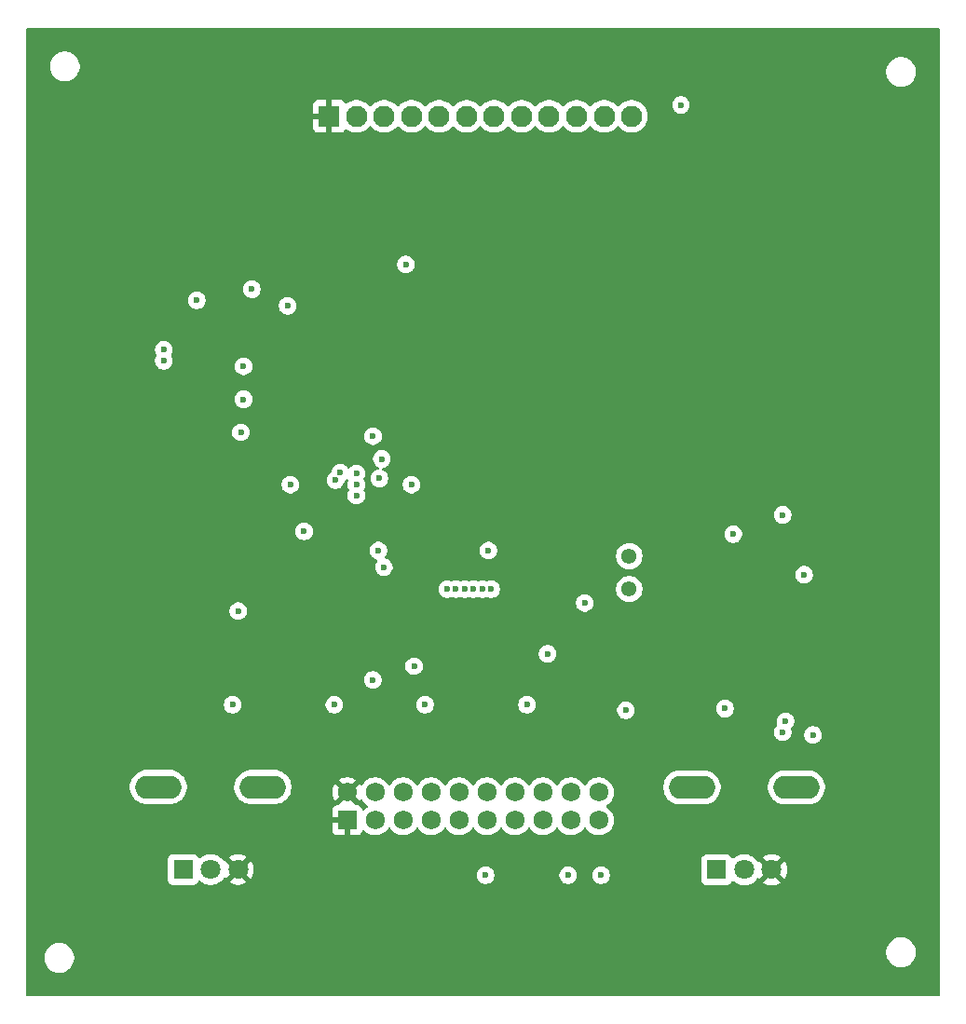
<source format=gbr>
%TF.GenerationSoftware,KiCad,Pcbnew,9.0.6-1.fc43*%
%TF.CreationDate,2025-12-17T22:37:05-05:00*%
%TF.ProjectId,electrical,656c6563-7472-4696-9361-6c2e6b696361,rev?*%
%TF.SameCoordinates,Original*%
%TF.FileFunction,Copper,L2,Inr*%
%TF.FilePolarity,Positive*%
%FSLAX46Y46*%
G04 Gerber Fmt 4.6, Leading zero omitted, Abs format (unit mm)*
G04 Created by KiCad (PCBNEW 9.0.6-1.fc43) date 2025-12-17 22:37:05*
%MOMM*%
%LPD*%
G01*
G04 APERTURE LIST*
%TA.AperFunction,ComponentPad*%
%ADD10R,1.725000X1.725000*%
%TD*%
%TA.AperFunction,ComponentPad*%
%ADD11C,1.725000*%
%TD*%
%TA.AperFunction,ComponentPad*%
%ADD12R,1.800000X1.800000*%
%TD*%
%TA.AperFunction,ComponentPad*%
%ADD13C,1.800000*%
%TD*%
%TA.AperFunction,ComponentPad*%
%ADD14O,4.200000X2.100000*%
%TD*%
%TA.AperFunction,ComponentPad*%
%ADD15C,1.381000*%
%TD*%
%TA.AperFunction,ComponentPad*%
%ADD16R,1.950000X1.950000*%
%TD*%
%TA.AperFunction,ComponentPad*%
%ADD17C,1.950000*%
%TD*%
%TA.AperFunction,ViaPad*%
%ADD18C,0.600000*%
%TD*%
G04 APERTURE END LIST*
D10*
%TO.N,+3V0*%
%TO.C,J1*%
X143180000Y-129500000D03*
D11*
X143180000Y-126960000D03*
%TO.N,/Processor/TRST*%
X145720000Y-129500000D03*
%TO.N,GND*%
X145720000Y-126960000D03*
%TO.N,/Processor/TDI*%
X148260000Y-129500000D03*
%TO.N,GND*%
X148260000Y-126960000D03*
%TO.N,/Processor/TMS{slash}SWDAT*%
X150800000Y-129500000D03*
%TO.N,GND*%
X150800000Y-126960000D03*
%TO.N,/Processor/TCK{slash}SWCLK*%
X153340000Y-129500000D03*
%TO.N,GND*%
X153340000Y-126960000D03*
%TO.N,Net-(J1-Pad11)*%
X155880000Y-129500000D03*
%TO.N,GND*%
X155880000Y-126960000D03*
%TO.N,/Processor/TDO*%
X158420000Y-129500000D03*
%TO.N,GND*%
X158420000Y-126960000D03*
%TO.N,/Processor/NRST*%
X160960000Y-129500000D03*
%TO.N,GND*%
X160960000Y-126960000D03*
%TO.N,Net-(J1-Pad17)*%
X163500000Y-129500000D03*
%TO.N,GND*%
X163500000Y-126960000D03*
%TO.N,Net-(J1-Pad19)*%
X166040000Y-129500000D03*
%TO.N,GND*%
X166040000Y-126960000D03*
%TD*%
D12*
%TO.N,/Processor/POT_1*%
%TO.C,RV1*%
X128250000Y-133975000D03*
D13*
%TO.N,GND*%
X130750000Y-133975000D03*
%TO.N,+3V0*%
X133250000Y-133975000D03*
D14*
%TO.N,N/C*%
X126000000Y-126475000D03*
X135500000Y-126475000D03*
%TD*%
D12*
%TO.N,/Processor/POT_2*%
%TO.C,RV2*%
X176750000Y-134000000D03*
D13*
%TO.N,GND*%
X179250000Y-134000000D03*
%TO.N,+3V0*%
X181750000Y-134000000D03*
D14*
%TO.N,N/C*%
X174500000Y-126500000D03*
X184000000Y-126500000D03*
%TD*%
D15*
%TO.N,N/C*%
%TO.C,SW2*%
X168800000Y-105500000D03*
X168800000Y-108500000D03*
%TD*%
D16*
%TO.N,+3V0*%
%TO.C,IC2*%
X141520000Y-65530000D03*
D17*
%TO.N,unconnected-(IC2-3V0-Pad2)*%
X144020000Y-65530000D03*
%TO.N,GND*%
X146520000Y-65530000D03*
%TO.N,/Processor/WIFI_SCK*%
X149020000Y-65530000D03*
%TO.N,/Processor/WIFI_MISO*%
X151520000Y-65530000D03*
%TO.N,/Processor/WIFI_MOSI*%
X154020000Y-65530000D03*
%TO.N,/Processor/WIFI_CS*%
X156520000Y-65530000D03*
%TO.N,/Processor/WIFI_BUSY*%
X159020000Y-65530000D03*
%TO.N,/Processor/WIFI_RESET*%
X161520000Y-65530000D03*
%TO.N,unconnected-(IC2-GPIO_0-Pad10)*%
X164020000Y-65530000D03*
%TO.N,unconnected-(IC2-UART_RX-Pad11)*%
X166520000Y-65530000D03*
%TO.N,unconnected-(IC2-UART_TX-Pad12)*%
X169020000Y-65530000D03*
%TD*%
D18*
%TO.N,GND*%
X182750000Y-101750000D03*
X166250000Y-134500000D03*
X133750000Y-91250000D03*
X142000000Y-119000000D03*
X139250000Y-103250000D03*
X133750000Y-88250000D03*
X159500000Y-119000000D03*
X177500000Y-119350000D03*
X168500000Y-119500000D03*
X145500000Y-116750000D03*
X163250000Y-134500000D03*
X148500000Y-79000000D03*
X149250000Y-115500000D03*
X185500000Y-121750000D03*
X126500000Y-86750000D03*
X155750000Y-134500000D03*
X173500000Y-64500000D03*
X164750000Y-109750000D03*
X183000000Y-120500000D03*
X129500000Y-82250000D03*
X182750000Y-121500000D03*
X133500000Y-94250000D03*
X132750000Y-119000000D03*
X134500000Y-81250000D03*
X137750000Y-82750000D03*
X150250000Y-119000000D03*
X149000000Y-99000000D03*
%TO.N,+3V0*%
X147000000Y-116750000D03*
X138750000Y-108000000D03*
X178250000Y-120750000D03*
X144750000Y-117500000D03*
X151000000Y-91500000D03*
X183500000Y-114750000D03*
X187250000Y-119250000D03*
X151250000Y-102750000D03*
X150750000Y-99000000D03*
X140250000Y-115500000D03*
X140500000Y-101500000D03*
X183000000Y-68250000D03*
X137750000Y-84250000D03*
X144000000Y-85000000D03*
X174500000Y-110000000D03*
X180750000Y-114500000D03*
X131500000Y-85750000D03*
X184250000Y-120500000D03*
X181000000Y-65750000D03*
X164500000Y-103750000D03*
%TO.N,/Processor/NRST*%
X161375000Y-114375000D03*
%TO.N,/Screen/1V8*%
X126500000Y-87750000D03*
%TO.N,/Accelerometer/ADXL_SCL*%
X146000000Y-105000000D03*
%TO.N,/Processor/EINK_CS*%
X146092185Y-98440715D03*
%TO.N,/Processor/EINK_D_C*%
X146318500Y-96667027D03*
%TO.N,/Processor/TCK{slash}SWCLK*%
X142543761Y-97934358D03*
%TO.N,/Processor/TMS{slash}SWDAT*%
X142100000Y-98600000D03*
%TO.N,/Processor/WIFI_CS*%
X152250000Y-108500000D03*
%TO.N,/Processor/WIFI_SCK*%
X153050003Y-108500000D03*
%TO.N,/Processor/BUTTON_2*%
X156000000Y-105000000D03*
%TO.N,/Processor/EINK_RST*%
X146500000Y-106500000D03*
%TO.N,/Processor/BUTTON_1*%
X133250000Y-110500000D03*
%TO.N,/Processor/WIFI_BUSY*%
X156250015Y-108500000D03*
%TO.N,/Processor/TRST*%
X144000000Y-98000000D03*
%TO.N,/Accelerometer/ADXL_SDO*%
X184693800Y-107193800D03*
X178250000Y-103500000D03*
%TO.N,/Processor/WIFI_MOSI*%
X154650009Y-108500000D03*
%TO.N,/Processor/TDO*%
X144000000Y-99000000D03*
%TO.N,/Processor/WIFI_RESET*%
X155450012Y-108500000D03*
%TO.N,/Accelerometer/ADXL_SDI*%
X138000000Y-99000000D03*
%TO.N,/Processor/EINK_BUSY*%
X145515627Y-94600000D03*
%TO.N,/Processor/WIFI_MISO*%
X153850006Y-108500000D03*
%TO.N,/Processor/TDI*%
X144000000Y-100000000D03*
%TD*%
%TA.AperFunction,Conductor*%
%TO.N,+3V0*%
G36*
X144304219Y-127730666D02*
G01*
X144304219Y-127730665D01*
X144348177Y-127670165D01*
X144349607Y-127671204D01*
X144395753Y-127629428D01*
X144464679Y-127617982D01*
X144528851Y-127645618D01*
X144550756Y-127670889D01*
X144551394Y-127670426D01*
X144554257Y-127674367D01*
X144554258Y-127674368D01*
X144680362Y-127847935D01*
X144832065Y-127999638D01*
X144986452Y-128111807D01*
X145009574Y-128128606D01*
X145008499Y-128130085D01*
X145050120Y-128176109D01*
X145061527Y-128245041D01*
X145033856Y-128309198D01*
X145009058Y-128330684D01*
X145009574Y-128331394D01*
X144832066Y-128460361D01*
X144733983Y-128558444D01*
X144672659Y-128591928D01*
X144602968Y-128586944D01*
X144547035Y-128545072D01*
X144530120Y-128514095D01*
X144485854Y-128395413D01*
X144485850Y-128395406D01*
X144399690Y-128280312D01*
X144399687Y-128280309D01*
X144284593Y-128194149D01*
X144284586Y-128194145D01*
X144149877Y-128143902D01*
X144149869Y-128143900D01*
X144110990Y-128139720D01*
X144107186Y-128141063D01*
X144037416Y-128144802D01*
X143978254Y-128111807D01*
X143370646Y-127504200D01*
X143401942Y-127495815D01*
X143533058Y-127420115D01*
X143640115Y-127313058D01*
X143715815Y-127181942D01*
X143724200Y-127150647D01*
X144304219Y-127730666D01*
G37*
%TD.AperFunction*%
%TA.AperFunction,Conductor*%
G36*
X196942539Y-57520185D02*
G01*
X196988294Y-57572989D01*
X196999500Y-57624500D01*
X196999500Y-145375500D01*
X196979815Y-145442539D01*
X196927011Y-145488294D01*
X196875500Y-145499500D01*
X114124500Y-145499500D01*
X114057461Y-145479815D01*
X114011706Y-145427011D01*
X114000500Y-145375500D01*
X114000500Y-141893713D01*
X115649500Y-141893713D01*
X115649500Y-142106287D01*
X115682754Y-142316243D01*
X115703402Y-142379792D01*
X115748444Y-142518414D01*
X115844951Y-142707820D01*
X115969890Y-142879786D01*
X116120213Y-143030109D01*
X116292179Y-143155048D01*
X116292181Y-143155049D01*
X116292184Y-143155051D01*
X116481588Y-143251557D01*
X116683757Y-143317246D01*
X116893713Y-143350500D01*
X116893714Y-143350500D01*
X117106286Y-143350500D01*
X117106287Y-143350500D01*
X117316243Y-143317246D01*
X117518412Y-143251557D01*
X117707816Y-143155051D01*
X117729789Y-143139086D01*
X117879786Y-143030109D01*
X117879788Y-143030106D01*
X117879792Y-143030104D01*
X118030104Y-142879792D01*
X118030106Y-142879788D01*
X118030109Y-142879786D01*
X118155048Y-142707820D01*
X118155047Y-142707820D01*
X118155051Y-142707816D01*
X118251557Y-142518412D01*
X118317246Y-142316243D01*
X118350500Y-142106287D01*
X118350500Y-141893713D01*
X118317246Y-141683757D01*
X118251557Y-141481588D01*
X118206783Y-141393713D01*
X192149500Y-141393713D01*
X192149500Y-141606286D01*
X192182753Y-141816239D01*
X192248444Y-142018414D01*
X192344951Y-142207820D01*
X192469890Y-142379786D01*
X192620213Y-142530109D01*
X192792179Y-142655048D01*
X192792181Y-142655049D01*
X192792184Y-142655051D01*
X192981588Y-142751557D01*
X193183757Y-142817246D01*
X193393713Y-142850500D01*
X193393714Y-142850500D01*
X193606286Y-142850500D01*
X193606287Y-142850500D01*
X193816243Y-142817246D01*
X194018412Y-142751557D01*
X194207816Y-142655051D01*
X194229789Y-142639086D01*
X194379786Y-142530109D01*
X194379788Y-142530106D01*
X194379792Y-142530104D01*
X194530104Y-142379792D01*
X194530106Y-142379788D01*
X194530109Y-142379786D01*
X194655048Y-142207820D01*
X194655047Y-142207820D01*
X194655051Y-142207816D01*
X194751557Y-142018412D01*
X194817246Y-141816243D01*
X194850500Y-141606287D01*
X194850500Y-141393713D01*
X194817246Y-141183757D01*
X194751557Y-140981588D01*
X194655051Y-140792184D01*
X194655049Y-140792181D01*
X194655048Y-140792179D01*
X194530109Y-140620213D01*
X194379786Y-140469890D01*
X194207820Y-140344951D01*
X194018414Y-140248444D01*
X194018413Y-140248443D01*
X194018412Y-140248443D01*
X193816243Y-140182754D01*
X193816241Y-140182753D01*
X193816240Y-140182753D01*
X193654957Y-140157208D01*
X193606287Y-140149500D01*
X193393713Y-140149500D01*
X193345042Y-140157208D01*
X193183760Y-140182753D01*
X192981585Y-140248444D01*
X192792179Y-140344951D01*
X192620213Y-140469890D01*
X192469890Y-140620213D01*
X192344951Y-140792179D01*
X192248444Y-140981585D01*
X192182753Y-141183760D01*
X192149500Y-141393713D01*
X118206783Y-141393713D01*
X118155051Y-141292184D01*
X118147023Y-141281134D01*
X118030109Y-141120213D01*
X117879786Y-140969890D01*
X117707820Y-140844951D01*
X117518414Y-140748444D01*
X117518413Y-140748443D01*
X117518412Y-140748443D01*
X117316243Y-140682754D01*
X117316241Y-140682753D01*
X117316240Y-140682753D01*
X117154957Y-140657208D01*
X117106287Y-140649500D01*
X116893713Y-140649500D01*
X116845042Y-140657208D01*
X116683760Y-140682753D01*
X116481585Y-140748444D01*
X116292179Y-140844951D01*
X116120213Y-140969890D01*
X115969890Y-141120213D01*
X115844951Y-141292179D01*
X115748444Y-141481585D01*
X115682753Y-141683760D01*
X115661771Y-141816239D01*
X115649500Y-141893713D01*
X114000500Y-141893713D01*
X114000500Y-133027135D01*
X126849500Y-133027135D01*
X126849500Y-134922870D01*
X126849501Y-134922876D01*
X126855908Y-134982483D01*
X126906202Y-135117328D01*
X126906206Y-135117335D01*
X126992452Y-135232544D01*
X126992455Y-135232547D01*
X127107664Y-135318793D01*
X127107671Y-135318797D01*
X127242517Y-135369091D01*
X127242516Y-135369091D01*
X127249444Y-135369835D01*
X127302127Y-135375500D01*
X129197872Y-135375499D01*
X129257483Y-135369091D01*
X129392331Y-135318796D01*
X129507546Y-135232546D01*
X129593796Y-135117331D01*
X129603410Y-135091554D01*
X129612735Y-135066554D01*
X129654606Y-135010620D01*
X129720070Y-134986202D01*
X129788343Y-135001053D01*
X129816598Y-135022205D01*
X129837636Y-135043243D01*
X129837641Y-135043247D01*
X129986043Y-135151066D01*
X130015978Y-135172815D01*
X130144375Y-135238237D01*
X130212393Y-135272895D01*
X130212396Y-135272896D01*
X130297355Y-135300500D01*
X130422049Y-135341015D01*
X130639778Y-135375500D01*
X130639779Y-135375500D01*
X130860221Y-135375500D01*
X130860222Y-135375500D01*
X131077951Y-135341015D01*
X131287606Y-135272895D01*
X131484022Y-135172815D01*
X131662365Y-135043242D01*
X131818242Y-134887365D01*
X131899991Y-134774845D01*
X131955320Y-134732180D01*
X132024933Y-134726201D01*
X132086728Y-134758806D01*
X132098582Y-134772485D01*
X132098932Y-134772513D01*
X132685387Y-134186058D01*
X132690889Y-134206591D01*
X132769881Y-134343408D01*
X132881592Y-134455119D01*
X133018409Y-134534111D01*
X133038939Y-134539612D01*
X132452485Y-135126065D01*
X132452485Y-135126066D01*
X132516243Y-135172388D01*
X132712589Y-135272432D01*
X132922164Y-135340526D01*
X133139819Y-135375000D01*
X133360181Y-135375000D01*
X133577835Y-135340526D01*
X133787410Y-135272432D01*
X133983760Y-135172386D01*
X134047513Y-135126066D01*
X134047514Y-135126066D01*
X133461059Y-134539612D01*
X133481591Y-134534111D01*
X133618408Y-134455119D01*
X133730119Y-134343408D01*
X133809111Y-134206591D01*
X133814612Y-134186060D01*
X134401066Y-134772514D01*
X134401066Y-134772513D01*
X134447386Y-134708760D01*
X134547433Y-134512408D01*
X134577083Y-134421153D01*
X154949500Y-134421153D01*
X154949500Y-134578846D01*
X154980261Y-134733489D01*
X154980264Y-134733501D01*
X155040602Y-134879172D01*
X155040609Y-134879185D01*
X155128210Y-135010288D01*
X155128213Y-135010292D01*
X155239707Y-135121786D01*
X155239711Y-135121789D01*
X155370814Y-135209390D01*
X155370827Y-135209397D01*
X155516498Y-135269735D01*
X155516503Y-135269737D01*
X155655734Y-135297432D01*
X155671153Y-135300499D01*
X155671156Y-135300500D01*
X155671158Y-135300500D01*
X155828844Y-135300500D01*
X155828845Y-135300499D01*
X155983497Y-135269737D01*
X156129179Y-135209394D01*
X156260289Y-135121789D01*
X156371789Y-135010289D01*
X156459394Y-134879179D01*
X156519737Y-134733497D01*
X156550500Y-134578842D01*
X156550500Y-134421158D01*
X156550500Y-134421155D01*
X156550499Y-134421153D01*
X162449500Y-134421153D01*
X162449500Y-134578846D01*
X162480261Y-134733489D01*
X162480264Y-134733501D01*
X162540602Y-134879172D01*
X162540609Y-134879185D01*
X162628210Y-135010288D01*
X162628213Y-135010292D01*
X162739707Y-135121786D01*
X162739711Y-135121789D01*
X162870814Y-135209390D01*
X162870827Y-135209397D01*
X163016498Y-135269735D01*
X163016503Y-135269737D01*
X163155734Y-135297432D01*
X163171153Y-135300499D01*
X163171156Y-135300500D01*
X163171158Y-135300500D01*
X163328844Y-135300500D01*
X163328845Y-135300499D01*
X163483497Y-135269737D01*
X163629179Y-135209394D01*
X163760289Y-135121789D01*
X163871789Y-135010289D01*
X163959394Y-134879179D01*
X164019737Y-134733497D01*
X164050500Y-134578842D01*
X164050500Y-134421158D01*
X164050500Y-134421155D01*
X164050499Y-134421153D01*
X165449500Y-134421153D01*
X165449500Y-134578846D01*
X165480261Y-134733489D01*
X165480264Y-134733501D01*
X165540602Y-134879172D01*
X165540609Y-134879185D01*
X165628210Y-135010288D01*
X165628213Y-135010292D01*
X165739707Y-135121786D01*
X165739711Y-135121789D01*
X165870814Y-135209390D01*
X165870827Y-135209397D01*
X166016498Y-135269735D01*
X166016503Y-135269737D01*
X166155734Y-135297432D01*
X166171153Y-135300499D01*
X166171156Y-135300500D01*
X166171158Y-135300500D01*
X166328844Y-135300500D01*
X166328845Y-135300499D01*
X166483497Y-135269737D01*
X166629179Y-135209394D01*
X166760289Y-135121789D01*
X166871789Y-135010289D01*
X166959394Y-134879179D01*
X167019737Y-134733497D01*
X167050500Y-134578842D01*
X167050500Y-134421158D01*
X167050500Y-134421155D01*
X167050499Y-134421153D01*
X167035034Y-134343408D01*
X167019737Y-134266503D01*
X166994921Y-134206591D01*
X166959397Y-134120827D01*
X166959390Y-134120814D01*
X166871789Y-133989711D01*
X166871786Y-133989707D01*
X166760292Y-133878213D01*
X166760288Y-133878210D01*
X166629185Y-133790609D01*
X166629172Y-133790602D01*
X166483501Y-133730264D01*
X166483489Y-133730261D01*
X166328845Y-133699500D01*
X166328842Y-133699500D01*
X166171158Y-133699500D01*
X166171155Y-133699500D01*
X166016510Y-133730261D01*
X166016498Y-133730264D01*
X165870827Y-133790602D01*
X165870814Y-133790609D01*
X165739711Y-133878210D01*
X165739707Y-133878213D01*
X165628213Y-133989707D01*
X165628210Y-133989711D01*
X165540609Y-134120814D01*
X165540602Y-134120827D01*
X165480264Y-134266498D01*
X165480261Y-134266510D01*
X165449500Y-134421153D01*
X164050499Y-134421153D01*
X164035034Y-134343408D01*
X164019737Y-134266503D01*
X163994921Y-134206591D01*
X163959397Y-134120827D01*
X163959390Y-134120814D01*
X163871789Y-133989711D01*
X163871786Y-133989707D01*
X163760292Y-133878213D01*
X163760288Y-133878210D01*
X163629185Y-133790609D01*
X163629172Y-133790602D01*
X163483501Y-133730264D01*
X163483489Y-133730261D01*
X163328845Y-133699500D01*
X163328842Y-133699500D01*
X163171158Y-133699500D01*
X163171155Y-133699500D01*
X163016510Y-133730261D01*
X163016498Y-133730264D01*
X162870827Y-133790602D01*
X162870814Y-133790609D01*
X162739711Y-133878210D01*
X162739707Y-133878213D01*
X162628213Y-133989707D01*
X162628210Y-133989711D01*
X162540609Y-134120814D01*
X162540602Y-134120827D01*
X162480264Y-134266498D01*
X162480261Y-134266510D01*
X162449500Y-134421153D01*
X156550499Y-134421153D01*
X156535034Y-134343408D01*
X156519737Y-134266503D01*
X156494921Y-134206591D01*
X156459397Y-134120827D01*
X156459390Y-134120814D01*
X156371789Y-133989711D01*
X156371786Y-133989707D01*
X156260292Y-133878213D01*
X156260288Y-133878210D01*
X156129185Y-133790609D01*
X156129172Y-133790602D01*
X155983501Y-133730264D01*
X155983489Y-133730261D01*
X155828845Y-133699500D01*
X155828842Y-133699500D01*
X155671158Y-133699500D01*
X155671155Y-133699500D01*
X155516510Y-133730261D01*
X155516498Y-133730264D01*
X155370827Y-133790602D01*
X155370814Y-133790609D01*
X155239711Y-133878210D01*
X155239707Y-133878213D01*
X155128213Y-133989707D01*
X155128210Y-133989711D01*
X155040609Y-134120814D01*
X155040602Y-134120827D01*
X154980264Y-134266498D01*
X154980261Y-134266510D01*
X154949500Y-134421153D01*
X134577083Y-134421153D01*
X134591511Y-134376749D01*
X134591511Y-134376748D01*
X134615526Y-134302834D01*
X134650000Y-134085181D01*
X134650000Y-133864818D01*
X134615526Y-133647164D01*
X134547432Y-133437589D01*
X134447388Y-133241243D01*
X134401066Y-133177485D01*
X134401065Y-133177485D01*
X133814612Y-133763939D01*
X133809111Y-133743409D01*
X133730119Y-133606592D01*
X133618408Y-133494881D01*
X133481591Y-133415889D01*
X133461058Y-133410387D01*
X133819311Y-133052135D01*
X175349500Y-133052135D01*
X175349500Y-134947870D01*
X175349501Y-134947876D01*
X175355908Y-135007483D01*
X175406202Y-135142328D01*
X175406206Y-135142335D01*
X175492452Y-135257544D01*
X175492455Y-135257547D01*
X175607664Y-135343793D01*
X175607671Y-135343797D01*
X175742517Y-135394091D01*
X175742516Y-135394091D01*
X175749444Y-135394835D01*
X175802127Y-135400500D01*
X177697872Y-135400499D01*
X177757483Y-135394091D01*
X177892331Y-135343796D01*
X178007546Y-135257546D01*
X178093796Y-135142331D01*
X178093798Y-135142326D01*
X178112735Y-135091554D01*
X178154606Y-135035620D01*
X178220070Y-135011202D01*
X178288343Y-135026053D01*
X178316598Y-135047205D01*
X178337636Y-135068243D01*
X178337641Y-135068247D01*
X178481564Y-135172812D01*
X178515978Y-135197815D01*
X178644375Y-135263237D01*
X178712393Y-135297895D01*
X178712396Y-135297896D01*
X178817221Y-135331955D01*
X178922049Y-135366015D01*
X179139778Y-135400500D01*
X179139779Y-135400500D01*
X179360221Y-135400500D01*
X179360222Y-135400500D01*
X179577951Y-135366015D01*
X179787606Y-135297895D01*
X179984022Y-135197815D01*
X180162365Y-135068242D01*
X180318242Y-134912365D01*
X180399991Y-134799845D01*
X180455320Y-134757180D01*
X180524933Y-134751201D01*
X180586728Y-134783806D01*
X180598582Y-134797485D01*
X180598932Y-134797513D01*
X181185387Y-134211058D01*
X181190889Y-134231591D01*
X181269881Y-134368408D01*
X181381592Y-134480119D01*
X181518409Y-134559111D01*
X181538939Y-134564612D01*
X180952485Y-135151065D01*
X180952485Y-135151066D01*
X181016243Y-135197388D01*
X181212589Y-135297432D01*
X181422164Y-135365526D01*
X181639819Y-135400000D01*
X181860181Y-135400000D01*
X182077835Y-135365526D01*
X182287410Y-135297432D01*
X182483760Y-135197386D01*
X182547513Y-135151066D01*
X182547514Y-135151066D01*
X181961059Y-134564612D01*
X181981591Y-134559111D01*
X182118408Y-134480119D01*
X182230119Y-134368408D01*
X182309111Y-134231591D01*
X182314612Y-134211059D01*
X182901066Y-134797514D01*
X182901066Y-134797513D01*
X182947386Y-134733760D01*
X183047432Y-134537410D01*
X183115526Y-134327835D01*
X183150000Y-134110181D01*
X183150000Y-133889818D01*
X183115526Y-133672164D01*
X183047432Y-133462589D01*
X182947388Y-133266243D01*
X182901066Y-133202485D01*
X182901065Y-133202485D01*
X182314612Y-133788939D01*
X182309111Y-133768409D01*
X182230119Y-133631592D01*
X182118408Y-133519881D01*
X181981591Y-133440889D01*
X181961057Y-133435387D01*
X182547513Y-132848932D01*
X182483756Y-132802611D01*
X182287410Y-132702567D01*
X182077835Y-132634473D01*
X181860181Y-132600000D01*
X181639819Y-132600000D01*
X181422164Y-132634473D01*
X181212589Y-132702567D01*
X181016233Y-132802616D01*
X180952485Y-132848931D01*
X180952485Y-132848932D01*
X181538940Y-133435387D01*
X181518409Y-133440889D01*
X181381592Y-133519881D01*
X181269881Y-133631592D01*
X181190889Y-133768409D01*
X181185387Y-133788940D01*
X180598932Y-133202485D01*
X180597448Y-133202602D01*
X180545296Y-133242817D01*
X180475682Y-133248796D01*
X180413887Y-133216190D01*
X180399990Y-133200151D01*
X180318247Y-133087641D01*
X180318243Y-133087636D01*
X180162363Y-132931756D01*
X180162358Y-132931752D01*
X179984025Y-132802187D01*
X179984024Y-132802186D01*
X179984022Y-132802185D01*
X179866791Y-132742452D01*
X179787606Y-132702104D01*
X179787603Y-132702103D01*
X179577952Y-132633985D01*
X179469086Y-132616742D01*
X179360222Y-132599500D01*
X179139778Y-132599500D01*
X179079892Y-132608985D01*
X178922047Y-132633985D01*
X178712396Y-132702103D01*
X178712393Y-132702104D01*
X178515974Y-132802187D01*
X178337641Y-132931752D01*
X178337635Y-132931757D01*
X178316596Y-132952796D01*
X178255273Y-132986280D01*
X178185581Y-132981294D01*
X178129648Y-132939421D01*
X178112735Y-132908446D01*
X178093797Y-132857671D01*
X178093793Y-132857664D01*
X178007547Y-132742455D01*
X178007544Y-132742452D01*
X177892335Y-132656206D01*
X177892328Y-132656202D01*
X177757482Y-132605908D01*
X177757483Y-132605908D01*
X177697883Y-132599501D01*
X177697881Y-132599500D01*
X177697873Y-132599500D01*
X177697864Y-132599500D01*
X175802129Y-132599500D01*
X175802123Y-132599501D01*
X175742516Y-132605908D01*
X175607671Y-132656202D01*
X175607664Y-132656206D01*
X175492455Y-132742452D01*
X175492452Y-132742455D01*
X175406206Y-132857664D01*
X175406202Y-132857671D01*
X175355908Y-132992517D01*
X175349501Y-133052116D01*
X175349500Y-133052135D01*
X133819311Y-133052135D01*
X133910321Y-132961125D01*
X134047513Y-132823932D01*
X133983756Y-132777611D01*
X133787410Y-132677567D01*
X133577835Y-132609473D01*
X133360181Y-132575000D01*
X133139819Y-132575000D01*
X132922164Y-132609473D01*
X132712589Y-132677567D01*
X132516233Y-132777616D01*
X132452485Y-132823931D01*
X132452485Y-132823932D01*
X133038940Y-133410387D01*
X133018409Y-133415889D01*
X132881592Y-133494881D01*
X132769881Y-133606592D01*
X132690889Y-133743409D01*
X132685387Y-133763940D01*
X132098932Y-133177485D01*
X132097448Y-133177602D01*
X132045296Y-133217817D01*
X131975682Y-133223796D01*
X131913887Y-133191190D01*
X131899990Y-133175151D01*
X131818247Y-133062641D01*
X131818243Y-133062636D01*
X131662363Y-132906756D01*
X131662358Y-132906752D01*
X131484025Y-132777187D01*
X131484024Y-132777186D01*
X131484022Y-132777185D01*
X131366791Y-132717452D01*
X131287606Y-132677104D01*
X131287603Y-132677103D01*
X131077952Y-132608985D01*
X130969086Y-132591742D01*
X130860222Y-132574500D01*
X130639778Y-132574500D01*
X130567201Y-132585995D01*
X130422047Y-132608985D01*
X130212396Y-132677103D01*
X130212393Y-132677104D01*
X130015974Y-132777187D01*
X129837641Y-132906752D01*
X129837635Y-132906757D01*
X129816596Y-132927796D01*
X129755273Y-132961280D01*
X129685581Y-132956294D01*
X129629648Y-132914421D01*
X129612735Y-132883446D01*
X129593797Y-132832671D01*
X129593793Y-132832664D01*
X129507547Y-132717455D01*
X129507544Y-132717452D01*
X129392335Y-132631206D01*
X129392328Y-132631202D01*
X129257482Y-132580908D01*
X129257483Y-132580908D01*
X129197883Y-132574501D01*
X129197881Y-132574500D01*
X129197873Y-132574500D01*
X129197864Y-132574500D01*
X127302129Y-132574500D01*
X127302123Y-132574501D01*
X127242516Y-132580908D01*
X127107671Y-132631202D01*
X127107664Y-132631206D01*
X126992455Y-132717452D01*
X126992452Y-132717455D01*
X126906206Y-132832664D01*
X126906202Y-132832671D01*
X126855908Y-132967517D01*
X126849501Y-133027116D01*
X126849500Y-133027135D01*
X114000500Y-133027135D01*
X114000500Y-126352973D01*
X123399500Y-126352973D01*
X123399500Y-126597027D01*
X123437679Y-126838076D01*
X123513096Y-127070185D01*
X123619517Y-127279049D01*
X123623896Y-127287642D01*
X123767339Y-127485076D01*
X123767343Y-127485081D01*
X123939918Y-127657656D01*
X123939923Y-127657660D01*
X124040407Y-127730665D01*
X124137361Y-127801106D01*
X124354815Y-127911904D01*
X124586924Y-127987321D01*
X124827973Y-128025500D01*
X124827974Y-128025500D01*
X127172026Y-128025500D01*
X127172027Y-128025500D01*
X127413076Y-127987321D01*
X127645185Y-127911904D01*
X127862639Y-127801106D01*
X128060083Y-127657655D01*
X128232655Y-127485083D01*
X128376106Y-127287639D01*
X128486904Y-127070185D01*
X128562321Y-126838076D01*
X128600500Y-126597027D01*
X128600500Y-126352973D01*
X132899500Y-126352973D01*
X132899500Y-126597027D01*
X132937679Y-126838076D01*
X133013096Y-127070185D01*
X133119517Y-127279049D01*
X133123896Y-127287642D01*
X133267339Y-127485076D01*
X133267343Y-127485081D01*
X133439918Y-127657656D01*
X133439923Y-127657660D01*
X133540407Y-127730665D01*
X133637361Y-127801106D01*
X133854815Y-127911904D01*
X134086924Y-127987321D01*
X134327973Y-128025500D01*
X134327974Y-128025500D01*
X136672026Y-128025500D01*
X136672027Y-128025500D01*
X136913076Y-127987321D01*
X137145185Y-127911904D01*
X137362639Y-127801106D01*
X137560083Y-127657655D01*
X137732655Y-127485083D01*
X137876106Y-127287639D01*
X137986904Y-127070185D01*
X138057549Y-126852763D01*
X141817500Y-126852763D01*
X141817500Y-127067236D01*
X141851048Y-127279049D01*
X141917323Y-127483020D01*
X142014688Y-127674110D01*
X142055778Y-127730665D01*
X142055779Y-127730666D01*
X142635799Y-127150646D01*
X142644185Y-127181942D01*
X142719885Y-127313058D01*
X142826942Y-127420115D01*
X142958058Y-127495815D01*
X142989352Y-127504200D01*
X142381744Y-128111807D01*
X142320421Y-128145292D01*
X142252812Y-128141063D01*
X142249007Y-128139720D01*
X142210131Y-128143900D01*
X142210122Y-128143902D01*
X142075413Y-128194145D01*
X142075406Y-128194149D01*
X141960312Y-128280309D01*
X141960309Y-128280312D01*
X141874149Y-128395406D01*
X141874145Y-128395413D01*
X141823903Y-128530120D01*
X141823901Y-128530127D01*
X141817500Y-128589655D01*
X141817500Y-129250000D01*
X142660384Y-129250000D01*
X142644185Y-129278058D01*
X142605000Y-129424300D01*
X142605000Y-129575700D01*
X142644185Y-129721942D01*
X142660384Y-129750000D01*
X141817500Y-129750000D01*
X141817500Y-130410344D01*
X141823901Y-130469872D01*
X141823903Y-130469879D01*
X141874145Y-130604586D01*
X141874149Y-130604593D01*
X141960309Y-130719687D01*
X141960312Y-130719690D01*
X142075406Y-130805850D01*
X142075413Y-130805854D01*
X142210120Y-130856096D01*
X142210127Y-130856098D01*
X142269655Y-130862499D01*
X142269672Y-130862500D01*
X142930000Y-130862500D01*
X142930000Y-130019615D01*
X142958058Y-130035815D01*
X143104300Y-130075000D01*
X143255700Y-130075000D01*
X143401942Y-130035815D01*
X143430000Y-130019615D01*
X143430000Y-130862500D01*
X144090328Y-130862500D01*
X144090344Y-130862499D01*
X144149872Y-130856098D01*
X144149879Y-130856096D01*
X144284586Y-130805854D01*
X144284593Y-130805850D01*
X144399687Y-130719690D01*
X144399690Y-130719687D01*
X144485850Y-130604593D01*
X144485854Y-130604586D01*
X144530120Y-130485904D01*
X144571991Y-130429970D01*
X144637455Y-130405553D01*
X144705728Y-130420405D01*
X144733983Y-130441556D01*
X144832065Y-130539638D01*
X145005632Y-130665742D01*
X145095943Y-130711758D01*
X145196784Y-130763140D01*
X145196786Y-130763140D01*
X145196789Y-130763142D01*
X145306160Y-130798678D01*
X145400829Y-130829439D01*
X145612725Y-130863000D01*
X145612730Y-130863000D01*
X145827275Y-130863000D01*
X146039170Y-130829439D01*
X146243211Y-130763142D01*
X146434368Y-130665742D01*
X146607935Y-130539638D01*
X146759638Y-130387935D01*
X146885742Y-130214368D01*
X146885742Y-130214367D01*
X146888606Y-130210426D01*
X146890090Y-130211504D01*
X146936081Y-130169893D01*
X147005010Y-130158468D01*
X147069174Y-130186123D01*
X147090680Y-130210944D01*
X147091394Y-130210426D01*
X147094257Y-130214367D01*
X147094258Y-130214368D01*
X147220362Y-130387935D01*
X147372065Y-130539638D01*
X147545632Y-130665742D01*
X147635943Y-130711758D01*
X147736784Y-130763140D01*
X147736786Y-130763140D01*
X147736789Y-130763142D01*
X147846160Y-130798678D01*
X147940829Y-130829439D01*
X148152725Y-130863000D01*
X148152730Y-130863000D01*
X148367275Y-130863000D01*
X148579170Y-130829439D01*
X148783211Y-130763142D01*
X148974368Y-130665742D01*
X149147935Y-130539638D01*
X149299638Y-130387935D01*
X149425742Y-130214368D01*
X149425742Y-130214367D01*
X149428606Y-130210426D01*
X149430090Y-130211504D01*
X149476081Y-130169893D01*
X149545010Y-130158468D01*
X149609174Y-130186123D01*
X149630680Y-130210944D01*
X149631394Y-130210426D01*
X149634257Y-130214367D01*
X149634258Y-130214368D01*
X149760362Y-130387935D01*
X149912065Y-130539638D01*
X150085632Y-130665742D01*
X150175943Y-130711758D01*
X150276784Y-130763140D01*
X150276786Y-130763140D01*
X150276789Y-130763142D01*
X150386160Y-130798678D01*
X150480829Y-130829439D01*
X150692725Y-130863000D01*
X150692730Y-130863000D01*
X150907275Y-130863000D01*
X151119170Y-130829439D01*
X151323211Y-130763142D01*
X151514368Y-130665742D01*
X151687935Y-130539638D01*
X151839638Y-130387935D01*
X151965742Y-130214368D01*
X151965742Y-130214367D01*
X151968606Y-130210426D01*
X151970090Y-130211504D01*
X152016081Y-130169893D01*
X152085010Y-130158468D01*
X152149174Y-130186123D01*
X152170680Y-130210944D01*
X152171394Y-130210426D01*
X152174257Y-130214367D01*
X152174258Y-130214368D01*
X152300362Y-130387935D01*
X152452065Y-130539638D01*
X152625632Y-130665742D01*
X152715943Y-130711758D01*
X152816784Y-130763140D01*
X152816786Y-130763140D01*
X152816789Y-130763142D01*
X152926160Y-130798678D01*
X153020829Y-130829439D01*
X153232725Y-130863000D01*
X153232730Y-130863000D01*
X153447275Y-130863000D01*
X153659170Y-130829439D01*
X153863211Y-130763142D01*
X154054368Y-130665742D01*
X154227935Y-130539638D01*
X154379638Y-130387935D01*
X154505742Y-130214368D01*
X154505742Y-130214367D01*
X154508606Y-130210426D01*
X154510090Y-130211504D01*
X154556081Y-130169893D01*
X154625010Y-130158468D01*
X154689174Y-130186123D01*
X154710680Y-130210944D01*
X154711394Y-130210426D01*
X154714257Y-130214367D01*
X154714258Y-130214368D01*
X154840362Y-130387935D01*
X154992065Y-130539638D01*
X155165632Y-130665742D01*
X155255943Y-130711758D01*
X155356784Y-130763140D01*
X155356786Y-130763140D01*
X155356789Y-130763142D01*
X155466160Y-130798678D01*
X155560829Y-130829439D01*
X155772725Y-130863000D01*
X155772730Y-130863000D01*
X155987275Y-130863000D01*
X156199170Y-130829439D01*
X156403211Y-130763142D01*
X156594368Y-130665742D01*
X156767935Y-130539638D01*
X156919638Y-130387935D01*
X157045742Y-130214368D01*
X157045742Y-130214367D01*
X157048606Y-130210426D01*
X157050090Y-130211504D01*
X157096081Y-130169893D01*
X157165010Y-130158468D01*
X157229174Y-130186123D01*
X157250680Y-130210944D01*
X157251394Y-130210426D01*
X157254257Y-130214367D01*
X157254258Y-130214368D01*
X157380362Y-130387935D01*
X157532065Y-130539638D01*
X157705632Y-130665742D01*
X157795943Y-130711758D01*
X157896784Y-130763140D01*
X157896786Y-130763140D01*
X157896789Y-130763142D01*
X158006160Y-130798678D01*
X158100829Y-130829439D01*
X158312725Y-130863000D01*
X158312730Y-130863000D01*
X158527275Y-130863000D01*
X158739170Y-130829439D01*
X158943211Y-130763142D01*
X159134368Y-130665742D01*
X159307935Y-130539638D01*
X159459638Y-130387935D01*
X159585742Y-130214368D01*
X159585742Y-130214367D01*
X159588606Y-130210426D01*
X159590090Y-130211504D01*
X159636081Y-130169893D01*
X159705010Y-130158468D01*
X159769174Y-130186123D01*
X159790680Y-130210944D01*
X159791394Y-130210426D01*
X159794257Y-130214367D01*
X159794258Y-130214368D01*
X159920362Y-130387935D01*
X160072065Y-130539638D01*
X160245632Y-130665742D01*
X160335943Y-130711758D01*
X160436784Y-130763140D01*
X160436786Y-130763140D01*
X160436789Y-130763142D01*
X160546160Y-130798678D01*
X160640829Y-130829439D01*
X160852725Y-130863000D01*
X160852730Y-130863000D01*
X161067275Y-130863000D01*
X161279170Y-130829439D01*
X161483211Y-130763142D01*
X161674368Y-130665742D01*
X161847935Y-130539638D01*
X161999638Y-130387935D01*
X162125742Y-130214368D01*
X162125742Y-130214367D01*
X162128606Y-130210426D01*
X162130090Y-130211504D01*
X162176081Y-130169893D01*
X162245010Y-130158468D01*
X162309174Y-130186123D01*
X162330680Y-130210944D01*
X162331394Y-130210426D01*
X162334257Y-130214367D01*
X162334258Y-130214368D01*
X162460362Y-130387935D01*
X162612065Y-130539638D01*
X162785632Y-130665742D01*
X162875943Y-130711758D01*
X162976784Y-130763140D01*
X162976786Y-130763140D01*
X162976789Y-130763142D01*
X163086160Y-130798678D01*
X163180829Y-130829439D01*
X163392725Y-130863000D01*
X163392730Y-130863000D01*
X163607275Y-130863000D01*
X163819170Y-130829439D01*
X164023211Y-130763142D01*
X164214368Y-130665742D01*
X164387935Y-130539638D01*
X164539638Y-130387935D01*
X164665742Y-130214368D01*
X164665742Y-130214367D01*
X164668606Y-130210426D01*
X164670090Y-130211504D01*
X164716081Y-130169893D01*
X164785010Y-130158468D01*
X164849174Y-130186123D01*
X164870680Y-130210944D01*
X164871394Y-130210426D01*
X164874257Y-130214367D01*
X164874258Y-130214368D01*
X165000362Y-130387935D01*
X165152065Y-130539638D01*
X165325632Y-130665742D01*
X165415943Y-130711758D01*
X165516784Y-130763140D01*
X165516786Y-130763140D01*
X165516789Y-130763142D01*
X165626160Y-130798678D01*
X165720829Y-130829439D01*
X165932725Y-130863000D01*
X165932730Y-130863000D01*
X166147275Y-130863000D01*
X166359170Y-130829439D01*
X166563211Y-130763142D01*
X166754368Y-130665742D01*
X166927935Y-130539638D01*
X167079638Y-130387935D01*
X167205742Y-130214368D01*
X167303142Y-130023211D01*
X167369439Y-129819170D01*
X167384838Y-129721942D01*
X167403000Y-129607275D01*
X167403000Y-129392724D01*
X167369439Y-129180829D01*
X167323643Y-129039885D01*
X167303142Y-128976789D01*
X167303140Y-128976786D01*
X167303140Y-128976784D01*
X167220123Y-128813856D01*
X167205742Y-128785632D01*
X167079638Y-128612065D01*
X166927935Y-128460362D01*
X166754368Y-128334258D01*
X166754367Y-128334257D01*
X166750426Y-128331394D01*
X166751504Y-128329909D01*
X166709893Y-128283919D01*
X166698468Y-128214990D01*
X166726123Y-128150826D01*
X166750944Y-128129319D01*
X166750426Y-128128606D01*
X166754368Y-128125742D01*
X166927935Y-127999638D01*
X167079638Y-127847935D01*
X167205742Y-127674368D01*
X167303142Y-127483211D01*
X167369439Y-127279170D01*
X167384838Y-127181942D01*
X167403000Y-127067275D01*
X167403000Y-126852724D01*
X167369439Y-126640829D01*
X167323643Y-126499885D01*
X167303142Y-126436789D01*
X167273174Y-126377973D01*
X171899500Y-126377973D01*
X171899500Y-126622026D01*
X171936045Y-126852763D01*
X171937679Y-126863076D01*
X172013096Y-127095185D01*
X172111157Y-127287642D01*
X172123896Y-127312642D01*
X172267339Y-127510076D01*
X172267343Y-127510081D01*
X172439918Y-127682656D01*
X172439923Y-127682660D01*
X172602947Y-127801103D01*
X172637361Y-127826106D01*
X172854815Y-127936904D01*
X173086924Y-128012321D01*
X173327973Y-128050500D01*
X173327974Y-128050500D01*
X175672026Y-128050500D01*
X175672027Y-128050500D01*
X175913076Y-128012321D01*
X176145185Y-127936904D01*
X176362639Y-127826106D01*
X176560083Y-127682655D01*
X176732655Y-127510083D01*
X176876106Y-127312639D01*
X176986904Y-127095185D01*
X177062321Y-126863076D01*
X177100500Y-126622027D01*
X177100500Y-126377973D01*
X181399500Y-126377973D01*
X181399500Y-126622026D01*
X181436045Y-126852763D01*
X181437679Y-126863076D01*
X181513096Y-127095185D01*
X181611157Y-127287642D01*
X181623896Y-127312642D01*
X181767339Y-127510076D01*
X181767343Y-127510081D01*
X181939918Y-127682656D01*
X181939923Y-127682660D01*
X182102947Y-127801103D01*
X182137361Y-127826106D01*
X182354815Y-127936904D01*
X182586924Y-128012321D01*
X182827973Y-128050500D01*
X182827974Y-128050500D01*
X185172026Y-128050500D01*
X185172027Y-128050500D01*
X185413076Y-128012321D01*
X185645185Y-127936904D01*
X185862639Y-127826106D01*
X186060083Y-127682655D01*
X186232655Y-127510083D01*
X186376106Y-127312639D01*
X186486904Y-127095185D01*
X186562321Y-126863076D01*
X186600500Y-126622027D01*
X186600500Y-126377973D01*
X186562321Y-126136924D01*
X186486904Y-125904815D01*
X186376106Y-125687361D01*
X186334838Y-125630560D01*
X186232660Y-125489923D01*
X186232656Y-125489918D01*
X186060081Y-125317343D01*
X186060076Y-125317339D01*
X185862642Y-125173896D01*
X185862641Y-125173895D01*
X185862639Y-125173894D01*
X185645185Y-125063096D01*
X185413076Y-124987679D01*
X185413074Y-124987678D01*
X185413072Y-124987678D01*
X185244769Y-124961021D01*
X185172027Y-124949500D01*
X182827973Y-124949500D01*
X182772093Y-124958350D01*
X182586927Y-124987678D01*
X182354812Y-125063097D01*
X182137357Y-125173896D01*
X181939923Y-125317339D01*
X181939918Y-125317343D01*
X181767343Y-125489918D01*
X181767339Y-125489923D01*
X181623896Y-125687357D01*
X181513097Y-125904812D01*
X181513096Y-125904814D01*
X181513096Y-125904815D01*
X181475387Y-126020869D01*
X181437678Y-126136927D01*
X181399500Y-126377973D01*
X177100500Y-126377973D01*
X177062321Y-126136924D01*
X176986904Y-125904815D01*
X176876106Y-125687361D01*
X176834838Y-125630560D01*
X176732660Y-125489923D01*
X176732656Y-125489918D01*
X176560081Y-125317343D01*
X176560076Y-125317339D01*
X176362642Y-125173896D01*
X176362641Y-125173895D01*
X176362639Y-125173894D01*
X176145185Y-125063096D01*
X175913076Y-124987679D01*
X175913074Y-124987678D01*
X175913072Y-124987678D01*
X175744769Y-124961021D01*
X175672027Y-124949500D01*
X173327973Y-124949500D01*
X173272093Y-124958350D01*
X173086927Y-124987678D01*
X172854812Y-125063097D01*
X172637357Y-125173896D01*
X172439923Y-125317339D01*
X172439918Y-125317343D01*
X172267343Y-125489918D01*
X172267339Y-125489923D01*
X172123896Y-125687357D01*
X172013097Y-125904812D01*
X172013096Y-125904814D01*
X172013096Y-125904815D01*
X171975387Y-126020869D01*
X171937678Y-126136927D01*
X171899500Y-126377973D01*
X167273174Y-126377973D01*
X167205742Y-126245632D01*
X167079638Y-126072065D01*
X166927935Y-125920362D01*
X166754368Y-125794258D01*
X166563215Y-125696859D01*
X166359170Y-125630560D01*
X166147275Y-125597000D01*
X166147270Y-125597000D01*
X165932730Y-125597000D01*
X165932725Y-125597000D01*
X165720829Y-125630560D01*
X165516784Y-125696859D01*
X165325631Y-125794258D01*
X165268483Y-125835779D01*
X165152065Y-125920362D01*
X165152063Y-125920364D01*
X165152062Y-125920364D01*
X165000364Y-126072062D01*
X165000364Y-126072063D01*
X165000362Y-126072065D01*
X164915162Y-126189333D01*
X164871394Y-126249574D01*
X164869914Y-126248499D01*
X164823891Y-126290120D01*
X164754959Y-126301527D01*
X164690802Y-126273856D01*
X164669315Y-126249058D01*
X164668606Y-126249574D01*
X164624838Y-126189333D01*
X164539638Y-126072065D01*
X164387935Y-125920362D01*
X164214368Y-125794258D01*
X164023215Y-125696859D01*
X163819170Y-125630560D01*
X163607275Y-125597000D01*
X163607270Y-125597000D01*
X163392730Y-125597000D01*
X163392725Y-125597000D01*
X163180829Y-125630560D01*
X162976784Y-125696859D01*
X162785631Y-125794258D01*
X162728483Y-125835779D01*
X162612065Y-125920362D01*
X162612063Y-125920364D01*
X162612062Y-125920364D01*
X162460364Y-126072062D01*
X162460364Y-126072063D01*
X162460362Y-126072065D01*
X162375162Y-126189333D01*
X162331394Y-126249574D01*
X162329914Y-126248499D01*
X162283891Y-126290120D01*
X162214959Y-126301527D01*
X162150802Y-126273856D01*
X162129315Y-126249058D01*
X162128606Y-126249574D01*
X162084838Y-126189333D01*
X161999638Y-126072065D01*
X161847935Y-125920362D01*
X161674368Y-125794258D01*
X161483215Y-125696859D01*
X161279170Y-125630560D01*
X161067275Y-125597000D01*
X161067270Y-125597000D01*
X160852730Y-125597000D01*
X160852725Y-125597000D01*
X160640829Y-125630560D01*
X160436784Y-125696859D01*
X160245631Y-125794258D01*
X160188483Y-125835779D01*
X160072065Y-125920362D01*
X160072063Y-125920364D01*
X160072062Y-125920364D01*
X159920364Y-126072062D01*
X159920364Y-126072063D01*
X159920362Y-126072065D01*
X159835162Y-126189333D01*
X159791394Y-126249574D01*
X159789914Y-126248499D01*
X159743891Y-126290120D01*
X159674959Y-126301527D01*
X159610802Y-126273856D01*
X159589315Y-126249058D01*
X159588606Y-126249574D01*
X159544838Y-126189333D01*
X159459638Y-126072065D01*
X159307935Y-125920362D01*
X159134368Y-125794258D01*
X158943215Y-125696859D01*
X158739170Y-125630560D01*
X158527275Y-125597000D01*
X158527270Y-125597000D01*
X158312730Y-125597000D01*
X158312725Y-125597000D01*
X158100829Y-125630560D01*
X157896784Y-125696859D01*
X157705631Y-125794258D01*
X157648483Y-125835779D01*
X157532065Y-125920362D01*
X157532063Y-125920364D01*
X157532062Y-125920364D01*
X157380364Y-126072062D01*
X157380364Y-126072063D01*
X157380362Y-126072065D01*
X157295162Y-126189333D01*
X157251394Y-126249574D01*
X157249914Y-126248499D01*
X157203891Y-126290120D01*
X157134959Y-126301527D01*
X157070802Y-126273856D01*
X157049315Y-126249058D01*
X157048606Y-126249574D01*
X157004838Y-126189333D01*
X156919638Y-126072065D01*
X156767935Y-125920362D01*
X156594368Y-125794258D01*
X156403215Y-125696859D01*
X156199170Y-125630560D01*
X155987275Y-125597000D01*
X155987270Y-125597000D01*
X155772730Y-125597000D01*
X155772725Y-125597000D01*
X155560829Y-125630560D01*
X155356784Y-125696859D01*
X155165631Y-125794258D01*
X155108483Y-125835779D01*
X154992065Y-125920362D01*
X154992063Y-125920364D01*
X154992062Y-125920364D01*
X154840364Y-126072062D01*
X154840364Y-126072063D01*
X154840362Y-126072065D01*
X154755162Y-126189333D01*
X154711394Y-126249574D01*
X154709914Y-126248499D01*
X154663891Y-126290120D01*
X154594959Y-126301527D01*
X154530802Y-126273856D01*
X154509315Y-126249058D01*
X154508606Y-126249574D01*
X154464838Y-126189333D01*
X154379638Y-126072065D01*
X154227935Y-125920362D01*
X154054368Y-125794258D01*
X153863215Y-125696859D01*
X153659170Y-125630560D01*
X153447275Y-125597000D01*
X153447270Y-125597000D01*
X153232730Y-125597000D01*
X153232725Y-125597000D01*
X153020829Y-125630560D01*
X152816784Y-125696859D01*
X152625631Y-125794258D01*
X152568483Y-125835779D01*
X152452065Y-125920362D01*
X152452063Y-125920364D01*
X152452062Y-125920364D01*
X152300364Y-126072062D01*
X152300364Y-126072063D01*
X152300362Y-126072065D01*
X152215162Y-126189333D01*
X152171394Y-126249574D01*
X152169914Y-126248499D01*
X152123891Y-126290120D01*
X152054959Y-126301527D01*
X151990802Y-126273856D01*
X151969315Y-126249058D01*
X151968606Y-126249574D01*
X151924838Y-126189333D01*
X151839638Y-126072065D01*
X151687935Y-125920362D01*
X151514368Y-125794258D01*
X151323215Y-125696859D01*
X151119170Y-125630560D01*
X150907275Y-125597000D01*
X150907270Y-125597000D01*
X150692730Y-125597000D01*
X150692725Y-125597000D01*
X150480829Y-125630560D01*
X150276784Y-125696859D01*
X150085631Y-125794258D01*
X150028483Y-125835779D01*
X149912065Y-125920362D01*
X149912063Y-125920364D01*
X149912062Y-125920364D01*
X149760364Y-126072062D01*
X149760364Y-126072063D01*
X149760362Y-126072065D01*
X149675162Y-126189333D01*
X149631394Y-126249574D01*
X149629914Y-126248499D01*
X149583891Y-126290120D01*
X149514959Y-126301527D01*
X149450802Y-126273856D01*
X149429315Y-126249058D01*
X149428606Y-126249574D01*
X149384838Y-126189333D01*
X149299638Y-126072065D01*
X149147935Y-125920362D01*
X148974368Y-125794258D01*
X148783215Y-125696859D01*
X148579170Y-125630560D01*
X148367275Y-125597000D01*
X148367270Y-125597000D01*
X148152730Y-125597000D01*
X148152725Y-125597000D01*
X147940829Y-125630560D01*
X147736784Y-125696859D01*
X147545631Y-125794258D01*
X147488483Y-125835779D01*
X147372065Y-125920362D01*
X147372063Y-125920364D01*
X147372062Y-125920364D01*
X147220364Y-126072062D01*
X147220364Y-126072063D01*
X147220362Y-126072065D01*
X147135162Y-126189333D01*
X147091394Y-126249574D01*
X147089914Y-126248499D01*
X147043891Y-126290120D01*
X146974959Y-126301527D01*
X146910802Y-126273856D01*
X146889315Y-126249058D01*
X146888606Y-126249574D01*
X146844838Y-126189333D01*
X146759638Y-126072065D01*
X146607935Y-125920362D01*
X146434368Y-125794258D01*
X146243215Y-125696859D01*
X146039170Y-125630560D01*
X145827275Y-125597000D01*
X145827270Y-125597000D01*
X145612730Y-125597000D01*
X145612725Y-125597000D01*
X145400829Y-125630560D01*
X145196784Y-125696859D01*
X145005631Y-125794258D01*
X144948483Y-125835779D01*
X144832065Y-125920362D01*
X144832063Y-125920364D01*
X144832062Y-125920364D01*
X144680364Y-126072062D01*
X144680364Y-126072063D01*
X144680362Y-126072065D01*
X144595162Y-126189333D01*
X144551394Y-126249574D01*
X144550047Y-126248595D01*
X144503592Y-126290603D01*
X144434660Y-126302008D01*
X144370504Y-126274335D01*
X144348858Y-126249341D01*
X144348178Y-126249836D01*
X144304219Y-126189333D01*
X144304219Y-126189332D01*
X143724200Y-126769352D01*
X143715815Y-126738058D01*
X143640115Y-126606942D01*
X143533058Y-126499885D01*
X143401942Y-126424185D01*
X143370646Y-126415799D01*
X143950666Y-125835779D01*
X143950665Y-125835778D01*
X143894110Y-125794688D01*
X143703020Y-125697323D01*
X143499049Y-125631048D01*
X143287236Y-125597500D01*
X143072764Y-125597500D01*
X142860950Y-125631048D01*
X142656979Y-125697323D01*
X142465892Y-125794687D01*
X142409333Y-125835778D01*
X142409333Y-125835779D01*
X142989353Y-126415799D01*
X142958058Y-126424185D01*
X142826942Y-126499885D01*
X142719885Y-126606942D01*
X142644185Y-126738058D01*
X142635799Y-126769352D01*
X142055779Y-126189333D01*
X142055778Y-126189333D01*
X142014687Y-126245892D01*
X141917323Y-126436979D01*
X141851048Y-126640950D01*
X141817500Y-126852763D01*
X138057549Y-126852763D01*
X138062321Y-126838076D01*
X138100500Y-126597027D01*
X138100500Y-126352973D01*
X138062321Y-126111924D01*
X137986904Y-125879815D01*
X137876106Y-125662361D01*
X137750823Y-125489923D01*
X137732660Y-125464923D01*
X137732656Y-125464918D01*
X137560081Y-125292343D01*
X137560076Y-125292339D01*
X137362642Y-125148896D01*
X137362641Y-125148895D01*
X137362639Y-125148894D01*
X137145185Y-125038096D01*
X136913076Y-124962679D01*
X136913074Y-124962678D01*
X136913072Y-124962678D01*
X136744769Y-124936021D01*
X136672027Y-124924500D01*
X134327973Y-124924500D01*
X134272093Y-124933350D01*
X134086927Y-124962678D01*
X133854812Y-125038097D01*
X133637357Y-125148896D01*
X133439923Y-125292339D01*
X133439918Y-125292343D01*
X133267343Y-125464918D01*
X133267339Y-125464923D01*
X133123896Y-125662357D01*
X133013097Y-125879812D01*
X132937678Y-126111927D01*
X132907648Y-126301527D01*
X132899500Y-126352973D01*
X128600500Y-126352973D01*
X128562321Y-126111924D01*
X128486904Y-125879815D01*
X128376106Y-125662361D01*
X128250823Y-125489923D01*
X128232660Y-125464923D01*
X128232656Y-125464918D01*
X128060081Y-125292343D01*
X128060076Y-125292339D01*
X127862642Y-125148896D01*
X127862641Y-125148895D01*
X127862639Y-125148894D01*
X127645185Y-125038096D01*
X127413076Y-124962679D01*
X127413074Y-124962678D01*
X127413072Y-124962678D01*
X127244769Y-124936021D01*
X127172027Y-124924500D01*
X124827973Y-124924500D01*
X124772093Y-124933350D01*
X124586927Y-124962678D01*
X124354812Y-125038097D01*
X124137357Y-125148896D01*
X123939923Y-125292339D01*
X123939918Y-125292343D01*
X123767343Y-125464918D01*
X123767339Y-125464923D01*
X123623896Y-125662357D01*
X123513097Y-125879812D01*
X123437678Y-126111927D01*
X123407648Y-126301527D01*
X123399500Y-126352973D01*
X114000500Y-126352973D01*
X114000500Y-121421153D01*
X181949500Y-121421153D01*
X181949500Y-121578846D01*
X181980261Y-121733489D01*
X181980264Y-121733501D01*
X182040602Y-121879172D01*
X182040609Y-121879185D01*
X182128210Y-122010288D01*
X182128213Y-122010292D01*
X182239707Y-122121786D01*
X182239711Y-122121789D01*
X182370814Y-122209390D01*
X182370827Y-122209397D01*
X182516498Y-122269735D01*
X182516503Y-122269737D01*
X182671153Y-122300499D01*
X182671156Y-122300500D01*
X182671158Y-122300500D01*
X182828844Y-122300500D01*
X182828845Y-122300499D01*
X182983497Y-122269737D01*
X183129179Y-122209394D01*
X183260289Y-122121789D01*
X183371789Y-122010289D01*
X183459394Y-121879179D01*
X183519737Y-121733497D01*
X183532138Y-121671153D01*
X184699500Y-121671153D01*
X184699500Y-121828846D01*
X184730261Y-121983489D01*
X184730264Y-121983501D01*
X184790602Y-122129172D01*
X184790609Y-122129185D01*
X184878210Y-122260288D01*
X184878213Y-122260292D01*
X184989707Y-122371786D01*
X184989711Y-122371789D01*
X185120814Y-122459390D01*
X185120827Y-122459397D01*
X185266498Y-122519735D01*
X185266503Y-122519737D01*
X185421153Y-122550499D01*
X185421156Y-122550500D01*
X185421158Y-122550500D01*
X185578844Y-122550500D01*
X185578845Y-122550499D01*
X185733497Y-122519737D01*
X185879179Y-122459394D01*
X186010289Y-122371789D01*
X186121789Y-122260289D01*
X186209394Y-122129179D01*
X186269737Y-121983497D01*
X186300500Y-121828842D01*
X186300500Y-121671158D01*
X186300500Y-121671155D01*
X186300499Y-121671153D01*
X186269738Y-121516510D01*
X186269737Y-121516503D01*
X186230242Y-121421153D01*
X186209397Y-121370827D01*
X186209390Y-121370814D01*
X186121789Y-121239711D01*
X186121786Y-121239707D01*
X186010292Y-121128213D01*
X186010288Y-121128210D01*
X185879185Y-121040609D01*
X185879172Y-121040602D01*
X185733501Y-120980264D01*
X185733489Y-120980261D01*
X185578845Y-120949500D01*
X185578842Y-120949500D01*
X185421158Y-120949500D01*
X185421155Y-120949500D01*
X185266510Y-120980261D01*
X185266498Y-120980264D01*
X185120827Y-121040602D01*
X185120814Y-121040609D01*
X184989711Y-121128210D01*
X184989707Y-121128213D01*
X184878213Y-121239707D01*
X184878210Y-121239711D01*
X184790609Y-121370814D01*
X184790602Y-121370827D01*
X184730264Y-121516498D01*
X184730261Y-121516510D01*
X184699500Y-121671153D01*
X183532138Y-121671153D01*
X183538161Y-121640874D01*
X183550500Y-121578844D01*
X183550500Y-121421155D01*
X183550499Y-121421153D01*
X183519738Y-121266510D01*
X183519737Y-121266503D01*
X183506290Y-121234041D01*
X183498821Y-121164573D01*
X183530095Y-121102093D01*
X183533143Y-121098934D01*
X183621789Y-121010289D01*
X183709394Y-120879179D01*
X183769737Y-120733497D01*
X183800500Y-120578842D01*
X183800500Y-120421158D01*
X183800500Y-120421155D01*
X183800499Y-120421153D01*
X183769738Y-120266510D01*
X183769737Y-120266503D01*
X183746080Y-120209390D01*
X183709397Y-120120827D01*
X183709390Y-120120814D01*
X183621789Y-119989711D01*
X183621786Y-119989707D01*
X183510292Y-119878213D01*
X183510288Y-119878210D01*
X183379185Y-119790609D01*
X183379172Y-119790602D01*
X183233501Y-119730264D01*
X183233489Y-119730261D01*
X183078845Y-119699500D01*
X183078842Y-119699500D01*
X182921158Y-119699500D01*
X182921155Y-119699500D01*
X182766510Y-119730261D01*
X182766498Y-119730264D01*
X182620827Y-119790602D01*
X182620814Y-119790609D01*
X182489711Y-119878210D01*
X182489707Y-119878213D01*
X182378213Y-119989707D01*
X182378210Y-119989711D01*
X182290609Y-120120814D01*
X182290602Y-120120827D01*
X182230264Y-120266498D01*
X182230261Y-120266510D01*
X182199500Y-120421153D01*
X182199500Y-120578846D01*
X182230260Y-120733488D01*
X182230263Y-120733498D01*
X182243709Y-120765959D01*
X182251178Y-120835429D01*
X182219902Y-120897908D01*
X182216829Y-120901092D01*
X182128213Y-120989707D01*
X182128210Y-120989711D01*
X182040609Y-121120814D01*
X182040602Y-121120827D01*
X181980264Y-121266498D01*
X181980261Y-121266510D01*
X181949500Y-121421153D01*
X114000500Y-121421153D01*
X114000500Y-118921153D01*
X131949500Y-118921153D01*
X131949500Y-119078846D01*
X131980261Y-119233489D01*
X131980264Y-119233501D01*
X132040602Y-119379172D01*
X132040609Y-119379185D01*
X132128210Y-119510288D01*
X132128213Y-119510292D01*
X132239707Y-119621786D01*
X132239711Y-119621789D01*
X132370814Y-119709390D01*
X132370827Y-119709397D01*
X132516498Y-119769735D01*
X132516503Y-119769737D01*
X132671153Y-119800499D01*
X132671156Y-119800500D01*
X132671158Y-119800500D01*
X132828844Y-119800500D01*
X132828845Y-119800499D01*
X132983497Y-119769737D01*
X133129179Y-119709394D01*
X133260289Y-119621789D01*
X133371789Y-119510289D01*
X133459394Y-119379179D01*
X133519737Y-119233497D01*
X133550500Y-119078842D01*
X133550500Y-118921158D01*
X133550500Y-118921155D01*
X133550499Y-118921153D01*
X141199500Y-118921153D01*
X141199500Y-119078846D01*
X141230261Y-119233489D01*
X141230264Y-119233501D01*
X141290602Y-119379172D01*
X141290609Y-119379185D01*
X141378210Y-119510288D01*
X141378213Y-119510292D01*
X141489707Y-119621786D01*
X141489711Y-119621789D01*
X141620814Y-119709390D01*
X141620827Y-119709397D01*
X141766498Y-119769735D01*
X141766503Y-119769737D01*
X141921153Y-119800499D01*
X141921156Y-119800500D01*
X141921158Y-119800500D01*
X142078844Y-119800500D01*
X142078845Y-119800499D01*
X142233497Y-119769737D01*
X142379179Y-119709394D01*
X142510289Y-119621789D01*
X142621789Y-119510289D01*
X142709394Y-119379179D01*
X142769737Y-119233497D01*
X142800500Y-119078842D01*
X142800500Y-118921158D01*
X142800500Y-118921155D01*
X142800499Y-118921153D01*
X149449500Y-118921153D01*
X149449500Y-119078846D01*
X149480261Y-119233489D01*
X149480264Y-119233501D01*
X149540602Y-119379172D01*
X149540609Y-119379185D01*
X149628210Y-119510288D01*
X149628213Y-119510292D01*
X149739707Y-119621786D01*
X149739711Y-119621789D01*
X149870814Y-119709390D01*
X149870827Y-119709397D01*
X150016498Y-119769735D01*
X150016503Y-119769737D01*
X150171153Y-119800499D01*
X150171156Y-119800500D01*
X150171158Y-119800500D01*
X150328844Y-119800500D01*
X150328845Y-119800499D01*
X150483497Y-119769737D01*
X150629179Y-119709394D01*
X150760289Y-119621789D01*
X150871789Y-119510289D01*
X150959394Y-119379179D01*
X151019737Y-119233497D01*
X151050500Y-119078842D01*
X151050500Y-118921158D01*
X151050500Y-118921155D01*
X151050499Y-118921153D01*
X158699500Y-118921153D01*
X158699500Y-119078846D01*
X158730261Y-119233489D01*
X158730264Y-119233501D01*
X158790602Y-119379172D01*
X158790609Y-119379185D01*
X158878210Y-119510288D01*
X158878213Y-119510292D01*
X158989707Y-119621786D01*
X158989711Y-119621789D01*
X159120814Y-119709390D01*
X159120827Y-119709397D01*
X159266498Y-119769735D01*
X159266503Y-119769737D01*
X159421153Y-119800499D01*
X159421156Y-119800500D01*
X159421158Y-119800500D01*
X159578844Y-119800500D01*
X159578845Y-119800499D01*
X159733497Y-119769737D01*
X159879179Y-119709394D01*
X160010289Y-119621789D01*
X160121789Y-119510289D01*
X160181348Y-119421153D01*
X167699500Y-119421153D01*
X167699500Y-119578846D01*
X167730261Y-119733489D01*
X167730264Y-119733501D01*
X167790602Y-119879172D01*
X167790609Y-119879185D01*
X167878210Y-120010288D01*
X167878213Y-120010292D01*
X167989707Y-120121786D01*
X167989711Y-120121789D01*
X168120814Y-120209390D01*
X168120827Y-120209397D01*
X168258683Y-120266498D01*
X168266503Y-120269737D01*
X168421153Y-120300499D01*
X168421156Y-120300500D01*
X168421158Y-120300500D01*
X168578844Y-120300500D01*
X168578845Y-120300499D01*
X168733497Y-120269737D01*
X168879179Y-120209394D01*
X169010289Y-120121789D01*
X169121789Y-120010289D01*
X169209394Y-119879179D01*
X169269737Y-119733497D01*
X169300500Y-119578842D01*
X169300500Y-119421158D01*
X169300500Y-119421155D01*
X169300499Y-119421153D01*
X169274264Y-119289257D01*
X169270662Y-119271153D01*
X176699500Y-119271153D01*
X176699500Y-119428846D01*
X176730261Y-119583489D01*
X176730264Y-119583501D01*
X176790602Y-119729172D01*
X176790609Y-119729185D01*
X176878210Y-119860288D01*
X176878213Y-119860292D01*
X176989707Y-119971786D01*
X176989711Y-119971789D01*
X177120814Y-120059390D01*
X177120827Y-120059397D01*
X177266498Y-120119735D01*
X177266503Y-120119737D01*
X177421153Y-120150499D01*
X177421156Y-120150500D01*
X177421158Y-120150500D01*
X177578844Y-120150500D01*
X177578845Y-120150499D01*
X177733497Y-120119737D01*
X177879179Y-120059394D01*
X178010289Y-119971789D01*
X178121789Y-119860289D01*
X178209394Y-119729179D01*
X178269737Y-119583497D01*
X178300500Y-119428842D01*
X178300500Y-119271158D01*
X178300500Y-119271155D01*
X178300499Y-119271153D01*
X178299573Y-119266498D01*
X178269737Y-119116503D01*
X178254138Y-119078844D01*
X178209397Y-118970827D01*
X178209390Y-118970814D01*
X178121789Y-118839711D01*
X178121786Y-118839707D01*
X178010292Y-118728213D01*
X178010288Y-118728210D01*
X177879185Y-118640609D01*
X177879172Y-118640602D01*
X177733501Y-118580264D01*
X177733489Y-118580261D01*
X177578845Y-118549500D01*
X177578842Y-118549500D01*
X177421158Y-118549500D01*
X177421155Y-118549500D01*
X177266510Y-118580261D01*
X177266498Y-118580264D01*
X177120827Y-118640602D01*
X177120814Y-118640609D01*
X176989711Y-118728210D01*
X176989707Y-118728213D01*
X176878213Y-118839707D01*
X176878210Y-118839711D01*
X176790609Y-118970814D01*
X176790602Y-118970827D01*
X176730264Y-119116498D01*
X176730261Y-119116510D01*
X176699500Y-119271153D01*
X169270662Y-119271153D01*
X169269738Y-119266507D01*
X169269735Y-119266498D01*
X169209397Y-119120827D01*
X169209390Y-119120814D01*
X169121789Y-118989711D01*
X169121786Y-118989707D01*
X169010292Y-118878213D01*
X169010288Y-118878210D01*
X168879185Y-118790609D01*
X168879172Y-118790602D01*
X168733501Y-118730264D01*
X168733489Y-118730261D01*
X168578845Y-118699500D01*
X168578842Y-118699500D01*
X168421158Y-118699500D01*
X168421155Y-118699500D01*
X168266510Y-118730261D01*
X168266498Y-118730264D01*
X168120827Y-118790602D01*
X168120814Y-118790609D01*
X167989711Y-118878210D01*
X167989707Y-118878213D01*
X167878213Y-118989707D01*
X167878210Y-118989711D01*
X167790609Y-119120814D01*
X167790602Y-119120827D01*
X167730264Y-119266498D01*
X167730261Y-119266510D01*
X167699500Y-119421153D01*
X160181348Y-119421153D01*
X160209394Y-119379179D01*
X160269737Y-119233497D01*
X160300500Y-119078842D01*
X160300500Y-118921158D01*
X160300500Y-118921155D01*
X160300499Y-118921153D01*
X160274531Y-118790606D01*
X160269737Y-118766503D01*
X160269735Y-118766498D01*
X160209397Y-118620827D01*
X160209390Y-118620814D01*
X160121789Y-118489711D01*
X160121786Y-118489707D01*
X160010292Y-118378213D01*
X160010288Y-118378210D01*
X159879185Y-118290609D01*
X159879172Y-118290602D01*
X159733501Y-118230264D01*
X159733489Y-118230261D01*
X159578845Y-118199500D01*
X159578842Y-118199500D01*
X159421158Y-118199500D01*
X159421155Y-118199500D01*
X159266510Y-118230261D01*
X159266498Y-118230264D01*
X159120827Y-118290602D01*
X159120814Y-118290609D01*
X158989711Y-118378210D01*
X158989707Y-118378213D01*
X158878213Y-118489707D01*
X158878210Y-118489711D01*
X158790609Y-118620814D01*
X158790602Y-118620827D01*
X158730264Y-118766498D01*
X158730261Y-118766510D01*
X158699500Y-118921153D01*
X151050499Y-118921153D01*
X151024531Y-118790606D01*
X151019737Y-118766503D01*
X151019735Y-118766498D01*
X150959397Y-118620827D01*
X150959390Y-118620814D01*
X150871789Y-118489711D01*
X150871786Y-118489707D01*
X150760292Y-118378213D01*
X150760288Y-118378210D01*
X150629185Y-118290609D01*
X150629172Y-118290602D01*
X150483501Y-118230264D01*
X150483489Y-118230261D01*
X150328845Y-118199500D01*
X150328842Y-118199500D01*
X150171158Y-118199500D01*
X150171155Y-118199500D01*
X150016510Y-118230261D01*
X150016498Y-118230264D01*
X149870827Y-118290602D01*
X149870814Y-118290609D01*
X149739711Y-118378210D01*
X149739707Y-118378213D01*
X149628213Y-118489707D01*
X149628210Y-118489711D01*
X149540609Y-118620814D01*
X149540602Y-118620827D01*
X149480264Y-118766498D01*
X149480261Y-118766510D01*
X149449500Y-118921153D01*
X142800499Y-118921153D01*
X142774531Y-118790606D01*
X142769737Y-118766503D01*
X142769735Y-118766498D01*
X142709397Y-118620827D01*
X142709390Y-118620814D01*
X142621789Y-118489711D01*
X142621786Y-118489707D01*
X142510292Y-118378213D01*
X142510288Y-118378210D01*
X142379185Y-118290609D01*
X142379172Y-118290602D01*
X142233501Y-118230264D01*
X142233489Y-118230261D01*
X142078845Y-118199500D01*
X142078842Y-118199500D01*
X141921158Y-118199500D01*
X141921155Y-118199500D01*
X141766510Y-118230261D01*
X141766498Y-118230264D01*
X141620827Y-118290602D01*
X141620814Y-118290609D01*
X141489711Y-118378210D01*
X141489707Y-118378213D01*
X141378213Y-118489707D01*
X141378210Y-118489711D01*
X141290609Y-118620814D01*
X141290602Y-118620827D01*
X141230264Y-118766498D01*
X141230261Y-118766510D01*
X141199500Y-118921153D01*
X133550499Y-118921153D01*
X133524531Y-118790606D01*
X133519737Y-118766503D01*
X133519735Y-118766498D01*
X133459397Y-118620827D01*
X133459390Y-118620814D01*
X133371789Y-118489711D01*
X133371786Y-118489707D01*
X133260292Y-118378213D01*
X133260288Y-118378210D01*
X133129185Y-118290609D01*
X133129172Y-118290602D01*
X132983501Y-118230264D01*
X132983489Y-118230261D01*
X132828845Y-118199500D01*
X132828842Y-118199500D01*
X132671158Y-118199500D01*
X132671155Y-118199500D01*
X132516510Y-118230261D01*
X132516498Y-118230264D01*
X132370827Y-118290602D01*
X132370814Y-118290609D01*
X132239711Y-118378210D01*
X132239707Y-118378213D01*
X132128213Y-118489707D01*
X132128210Y-118489711D01*
X132040609Y-118620814D01*
X132040602Y-118620827D01*
X131980264Y-118766498D01*
X131980261Y-118766510D01*
X131949500Y-118921153D01*
X114000500Y-118921153D01*
X114000500Y-116671153D01*
X144699500Y-116671153D01*
X144699500Y-116828846D01*
X144730261Y-116983489D01*
X144730264Y-116983501D01*
X144790602Y-117129172D01*
X144790609Y-117129185D01*
X144878210Y-117260288D01*
X144878213Y-117260292D01*
X144989707Y-117371786D01*
X144989711Y-117371789D01*
X145120814Y-117459390D01*
X145120827Y-117459397D01*
X145266498Y-117519735D01*
X145266503Y-117519737D01*
X145421153Y-117550499D01*
X145421156Y-117550500D01*
X145421158Y-117550500D01*
X145578844Y-117550500D01*
X145578845Y-117550499D01*
X145733497Y-117519737D01*
X145879179Y-117459394D01*
X146010289Y-117371789D01*
X146121789Y-117260289D01*
X146209394Y-117129179D01*
X146269737Y-116983497D01*
X146300500Y-116828842D01*
X146300500Y-116671158D01*
X146300500Y-116671155D01*
X146300499Y-116671153D01*
X146269738Y-116516510D01*
X146269737Y-116516503D01*
X146269735Y-116516498D01*
X146209397Y-116370827D01*
X146209390Y-116370814D01*
X146121789Y-116239711D01*
X146121786Y-116239707D01*
X146010292Y-116128213D01*
X146010288Y-116128210D01*
X145879185Y-116040609D01*
X145879172Y-116040602D01*
X145733501Y-115980264D01*
X145733489Y-115980261D01*
X145578845Y-115949500D01*
X145578842Y-115949500D01*
X145421158Y-115949500D01*
X145421155Y-115949500D01*
X145266510Y-115980261D01*
X145266498Y-115980264D01*
X145120827Y-116040602D01*
X145120814Y-116040609D01*
X144989711Y-116128210D01*
X144989707Y-116128213D01*
X144878213Y-116239707D01*
X144878210Y-116239711D01*
X144790609Y-116370814D01*
X144790602Y-116370827D01*
X144730264Y-116516498D01*
X144730261Y-116516510D01*
X144699500Y-116671153D01*
X114000500Y-116671153D01*
X114000500Y-115421153D01*
X148449500Y-115421153D01*
X148449500Y-115578846D01*
X148480261Y-115733489D01*
X148480264Y-115733501D01*
X148540602Y-115879172D01*
X148540609Y-115879185D01*
X148628210Y-116010288D01*
X148628213Y-116010292D01*
X148739707Y-116121786D01*
X148739711Y-116121789D01*
X148870814Y-116209390D01*
X148870827Y-116209397D01*
X148944013Y-116239711D01*
X149016503Y-116269737D01*
X149171153Y-116300499D01*
X149171156Y-116300500D01*
X149171158Y-116300500D01*
X149328844Y-116300500D01*
X149328845Y-116300499D01*
X149483497Y-116269737D01*
X149629179Y-116209394D01*
X149760289Y-116121789D01*
X149871789Y-116010289D01*
X149959394Y-115879179D01*
X150019737Y-115733497D01*
X150050500Y-115578842D01*
X150050500Y-115421158D01*
X150050500Y-115421155D01*
X150050499Y-115421153D01*
X150019738Y-115266510D01*
X150019737Y-115266503D01*
X149982043Y-115175500D01*
X149959397Y-115120827D01*
X149959390Y-115120814D01*
X149871789Y-114989711D01*
X149871786Y-114989707D01*
X149760292Y-114878213D01*
X149760288Y-114878210D01*
X149629185Y-114790609D01*
X149629172Y-114790602D01*
X149483501Y-114730264D01*
X149483489Y-114730261D01*
X149328845Y-114699500D01*
X149328842Y-114699500D01*
X149171158Y-114699500D01*
X149171155Y-114699500D01*
X149016510Y-114730261D01*
X149016498Y-114730264D01*
X148870827Y-114790602D01*
X148870814Y-114790609D01*
X148739711Y-114878210D01*
X148739707Y-114878213D01*
X148628213Y-114989707D01*
X148628210Y-114989711D01*
X148540609Y-115120814D01*
X148540602Y-115120827D01*
X148480264Y-115266498D01*
X148480261Y-115266510D01*
X148449500Y-115421153D01*
X114000500Y-115421153D01*
X114000500Y-114296153D01*
X160574500Y-114296153D01*
X160574500Y-114453846D01*
X160605261Y-114608489D01*
X160605264Y-114608501D01*
X160665602Y-114754172D01*
X160665609Y-114754185D01*
X160753210Y-114885288D01*
X160753213Y-114885292D01*
X160864707Y-114996786D01*
X160864711Y-114996789D01*
X160995814Y-115084390D01*
X160995827Y-115084397D01*
X161141498Y-115144735D01*
X161141503Y-115144737D01*
X161296153Y-115175499D01*
X161296156Y-115175500D01*
X161296158Y-115175500D01*
X161453844Y-115175500D01*
X161453845Y-115175499D01*
X161608497Y-115144737D01*
X161754179Y-115084394D01*
X161885289Y-114996789D01*
X161996789Y-114885289D01*
X162084394Y-114754179D01*
X162144737Y-114608497D01*
X162175500Y-114453842D01*
X162175500Y-114296158D01*
X162175500Y-114296155D01*
X162175499Y-114296153D01*
X162144738Y-114141510D01*
X162144737Y-114141503D01*
X162144735Y-114141498D01*
X162084397Y-113995827D01*
X162084390Y-113995814D01*
X161996789Y-113864711D01*
X161996786Y-113864707D01*
X161885292Y-113753213D01*
X161885288Y-113753210D01*
X161754185Y-113665609D01*
X161754172Y-113665602D01*
X161608501Y-113605264D01*
X161608489Y-113605261D01*
X161453845Y-113574500D01*
X161453842Y-113574500D01*
X161296158Y-113574500D01*
X161296155Y-113574500D01*
X161141510Y-113605261D01*
X161141498Y-113605264D01*
X160995827Y-113665602D01*
X160995814Y-113665609D01*
X160864711Y-113753210D01*
X160864707Y-113753213D01*
X160753213Y-113864707D01*
X160753210Y-113864711D01*
X160665609Y-113995814D01*
X160665602Y-113995827D01*
X160605264Y-114141498D01*
X160605261Y-114141510D01*
X160574500Y-114296153D01*
X114000500Y-114296153D01*
X114000500Y-110421153D01*
X132449500Y-110421153D01*
X132449500Y-110578846D01*
X132480261Y-110733489D01*
X132480264Y-110733501D01*
X132540602Y-110879172D01*
X132540609Y-110879185D01*
X132628210Y-111010288D01*
X132628213Y-111010292D01*
X132739707Y-111121786D01*
X132739711Y-111121789D01*
X132870814Y-111209390D01*
X132870827Y-111209397D01*
X133016498Y-111269735D01*
X133016503Y-111269737D01*
X133171153Y-111300499D01*
X133171156Y-111300500D01*
X133171158Y-111300500D01*
X133328844Y-111300500D01*
X133328845Y-111300499D01*
X133483497Y-111269737D01*
X133629179Y-111209394D01*
X133760289Y-111121789D01*
X133871789Y-111010289D01*
X133959394Y-110879179D01*
X134019737Y-110733497D01*
X134050500Y-110578842D01*
X134050500Y-110421158D01*
X134050500Y-110421155D01*
X134050499Y-110421153D01*
X134019738Y-110266510D01*
X134019737Y-110266503D01*
X134017163Y-110260288D01*
X133959397Y-110120827D01*
X133959390Y-110120814D01*
X133871789Y-109989711D01*
X133871786Y-109989707D01*
X133760292Y-109878213D01*
X133760288Y-109878210D01*
X133629185Y-109790609D01*
X133629173Y-109790602D01*
X133602674Y-109779627D01*
X133483501Y-109730264D01*
X133483489Y-109730261D01*
X133328845Y-109699500D01*
X133328842Y-109699500D01*
X133171158Y-109699500D01*
X133171155Y-109699500D01*
X133016510Y-109730261D01*
X133016498Y-109730264D01*
X132870827Y-109790602D01*
X132870814Y-109790609D01*
X132739711Y-109878210D01*
X132739707Y-109878213D01*
X132628213Y-109989707D01*
X132628210Y-109989711D01*
X132540609Y-110120814D01*
X132540602Y-110120827D01*
X132480264Y-110266498D01*
X132480261Y-110266510D01*
X132449500Y-110421153D01*
X114000500Y-110421153D01*
X114000500Y-109671153D01*
X163949500Y-109671153D01*
X163949500Y-109828846D01*
X163980261Y-109983489D01*
X163980264Y-109983501D01*
X164040602Y-110129172D01*
X164040609Y-110129185D01*
X164128210Y-110260288D01*
X164128213Y-110260292D01*
X164239707Y-110371786D01*
X164239711Y-110371789D01*
X164370814Y-110459390D01*
X164370827Y-110459397D01*
X164516498Y-110519735D01*
X164516503Y-110519737D01*
X164671153Y-110550499D01*
X164671156Y-110550500D01*
X164671158Y-110550500D01*
X164828844Y-110550500D01*
X164828845Y-110550499D01*
X164983497Y-110519737D01*
X165129179Y-110459394D01*
X165260289Y-110371789D01*
X165371789Y-110260289D01*
X165459394Y-110129179D01*
X165462854Y-110120827D01*
X165517163Y-109989711D01*
X165519737Y-109983497D01*
X165550500Y-109828842D01*
X165550500Y-109671158D01*
X165550500Y-109671155D01*
X165550499Y-109671153D01*
X165519737Y-109516503D01*
X165474977Y-109408441D01*
X165459397Y-109370827D01*
X165459390Y-109370814D01*
X165371789Y-109239711D01*
X165371786Y-109239707D01*
X165260292Y-109128213D01*
X165260288Y-109128210D01*
X165129185Y-109040609D01*
X165129172Y-109040602D01*
X164983501Y-108980264D01*
X164983489Y-108980261D01*
X164828845Y-108949500D01*
X164828842Y-108949500D01*
X164671158Y-108949500D01*
X164671155Y-108949500D01*
X164516510Y-108980261D01*
X164516498Y-108980264D01*
X164370827Y-109040602D01*
X164370814Y-109040609D01*
X164239711Y-109128210D01*
X164239707Y-109128213D01*
X164128213Y-109239707D01*
X164128210Y-109239711D01*
X164040609Y-109370814D01*
X164040602Y-109370827D01*
X163980264Y-109516498D01*
X163980261Y-109516510D01*
X163949500Y-109671153D01*
X114000500Y-109671153D01*
X114000500Y-108421153D01*
X151449500Y-108421153D01*
X151449500Y-108578846D01*
X151480261Y-108733489D01*
X151480264Y-108733501D01*
X151540602Y-108879172D01*
X151540609Y-108879185D01*
X151628210Y-109010288D01*
X151628213Y-109010292D01*
X151739707Y-109121786D01*
X151739711Y-109121789D01*
X151870814Y-109209390D01*
X151870827Y-109209397D01*
X151944013Y-109239711D01*
X152016503Y-109269737D01*
X152171153Y-109300499D01*
X152171156Y-109300500D01*
X152171158Y-109300500D01*
X152328844Y-109300500D01*
X152328845Y-109300499D01*
X152483497Y-109269737D01*
X152602550Y-109220423D01*
X152672017Y-109212955D01*
X152697450Y-109220422D01*
X152816506Y-109269737D01*
X152971156Y-109300499D01*
X152971159Y-109300500D01*
X152971161Y-109300500D01*
X153128847Y-109300500D01*
X153128848Y-109300499D01*
X153283500Y-109269737D01*
X153402553Y-109220423D01*
X153472020Y-109212955D01*
X153497453Y-109220422D01*
X153616509Y-109269737D01*
X153771159Y-109300499D01*
X153771162Y-109300500D01*
X153771164Y-109300500D01*
X153928850Y-109300500D01*
X153928851Y-109300499D01*
X154083503Y-109269737D01*
X154202556Y-109220423D01*
X154272023Y-109212955D01*
X154297456Y-109220422D01*
X154416512Y-109269737D01*
X154571162Y-109300499D01*
X154571165Y-109300500D01*
X154571167Y-109300500D01*
X154728853Y-109300500D01*
X154728854Y-109300499D01*
X154883506Y-109269737D01*
X155002559Y-109220423D01*
X155072026Y-109212955D01*
X155097459Y-109220422D01*
X155216515Y-109269737D01*
X155371165Y-109300499D01*
X155371168Y-109300500D01*
X155371170Y-109300500D01*
X155528856Y-109300500D01*
X155528857Y-109300499D01*
X155683509Y-109269737D01*
X155802562Y-109220423D01*
X155872029Y-109212955D01*
X155897462Y-109220422D01*
X156016518Y-109269737D01*
X156171168Y-109300499D01*
X156171171Y-109300500D01*
X156171173Y-109300500D01*
X156328859Y-109300500D01*
X156328860Y-109300499D01*
X156483512Y-109269737D01*
X156629194Y-109209394D01*
X156760304Y-109121789D01*
X156871804Y-109010289D01*
X156959409Y-108879179D01*
X157019752Y-108733497D01*
X157050515Y-108578842D01*
X157050515Y-108421158D01*
X157050515Y-108421155D01*
X157047552Y-108406260D01*
X167609000Y-108406260D01*
X167609000Y-108593739D01*
X167638325Y-108778889D01*
X167638326Y-108778893D01*
X167696257Y-108957185D01*
X167781365Y-109124220D01*
X167891556Y-109275885D01*
X168024115Y-109408444D01*
X168175780Y-109518635D01*
X168342815Y-109603743D01*
X168521107Y-109661674D01*
X168590541Y-109672671D01*
X168706261Y-109691000D01*
X168706266Y-109691000D01*
X168893739Y-109691000D01*
X168996600Y-109674707D01*
X169078893Y-109661674D01*
X169257185Y-109603743D01*
X169424220Y-109518635D01*
X169575885Y-109408444D01*
X169708444Y-109275885D01*
X169818635Y-109124220D01*
X169903743Y-108957185D01*
X169961674Y-108778893D01*
X169974707Y-108696600D01*
X169991000Y-108593739D01*
X169991000Y-108406260D01*
X169961674Y-108221110D01*
X169961674Y-108221107D01*
X169903743Y-108042815D01*
X169818635Y-107875780D01*
X169708444Y-107724115D01*
X169575885Y-107591556D01*
X169424220Y-107481365D01*
X169257185Y-107396257D01*
X169078893Y-107338326D01*
X169078891Y-107338325D01*
X169078889Y-107338325D01*
X168893739Y-107309000D01*
X168893734Y-107309000D01*
X168706266Y-107309000D01*
X168706261Y-107309000D01*
X168521110Y-107338325D01*
X168342812Y-107396258D01*
X168175779Y-107481365D01*
X168089249Y-107544233D01*
X168024115Y-107591556D01*
X168024113Y-107591558D01*
X168024112Y-107591558D01*
X167891558Y-107724112D01*
X167891558Y-107724113D01*
X167891556Y-107724115D01*
X167851262Y-107779575D01*
X167781365Y-107875779D01*
X167696258Y-108042812D01*
X167638325Y-108221110D01*
X167609000Y-108406260D01*
X157047552Y-108406260D01*
X157019753Y-108266510D01*
X157019752Y-108266503D01*
X157000949Y-108221107D01*
X156959412Y-108120827D01*
X156959405Y-108120814D01*
X156871804Y-107989711D01*
X156871801Y-107989707D01*
X156760307Y-107878213D01*
X156760303Y-107878210D01*
X156629200Y-107790609D01*
X156629187Y-107790602D01*
X156483516Y-107730264D01*
X156483504Y-107730261D01*
X156328860Y-107699500D01*
X156328857Y-107699500D01*
X156171173Y-107699500D01*
X156171170Y-107699500D01*
X156016525Y-107730261D01*
X156016513Y-107730264D01*
X155897465Y-107779575D01*
X155827995Y-107787044D01*
X155802561Y-107779575D01*
X155683513Y-107730264D01*
X155683501Y-107730261D01*
X155528857Y-107699500D01*
X155528854Y-107699500D01*
X155371170Y-107699500D01*
X155371167Y-107699500D01*
X155216522Y-107730261D01*
X155216510Y-107730264D01*
X155097462Y-107779575D01*
X155027992Y-107787044D01*
X155002558Y-107779575D01*
X154883510Y-107730264D01*
X154883498Y-107730261D01*
X154728854Y-107699500D01*
X154728851Y-107699500D01*
X154571167Y-107699500D01*
X154571164Y-107699500D01*
X154416519Y-107730261D01*
X154416507Y-107730264D01*
X154297459Y-107779575D01*
X154227989Y-107787044D01*
X154202555Y-107779575D01*
X154083507Y-107730264D01*
X154083495Y-107730261D01*
X153928851Y-107699500D01*
X153928848Y-107699500D01*
X153771164Y-107699500D01*
X153771161Y-107699500D01*
X153616516Y-107730261D01*
X153616504Y-107730264D01*
X153497456Y-107779575D01*
X153427986Y-107787044D01*
X153402552Y-107779575D01*
X153283504Y-107730264D01*
X153283492Y-107730261D01*
X153128848Y-107699500D01*
X153128845Y-107699500D01*
X152971161Y-107699500D01*
X152971158Y-107699500D01*
X152816513Y-107730261D01*
X152816501Y-107730264D01*
X152697453Y-107779575D01*
X152627983Y-107787044D01*
X152602549Y-107779575D01*
X152483501Y-107730264D01*
X152483489Y-107730261D01*
X152328845Y-107699500D01*
X152328842Y-107699500D01*
X152171158Y-107699500D01*
X152171155Y-107699500D01*
X152016510Y-107730261D01*
X152016498Y-107730264D01*
X151870827Y-107790602D01*
X151870814Y-107790609D01*
X151739711Y-107878210D01*
X151739707Y-107878213D01*
X151628213Y-107989707D01*
X151628210Y-107989711D01*
X151540609Y-108120814D01*
X151540602Y-108120827D01*
X151480264Y-108266498D01*
X151480261Y-108266510D01*
X151449500Y-108421153D01*
X114000500Y-108421153D01*
X114000500Y-104921153D01*
X145199500Y-104921153D01*
X145199500Y-105078846D01*
X145230261Y-105233489D01*
X145230264Y-105233501D01*
X145290602Y-105379172D01*
X145290609Y-105379185D01*
X145378210Y-105510288D01*
X145378213Y-105510292D01*
X145489707Y-105621786D01*
X145489711Y-105621789D01*
X145620814Y-105709390D01*
X145620827Y-105709397D01*
X145766498Y-105769735D01*
X145766503Y-105769737D01*
X145793423Y-105775091D01*
X145815624Y-105779508D01*
X145877535Y-105811892D01*
X145912109Y-105872608D01*
X145908370Y-105942377D01*
X145881706Y-105984697D01*
X145882076Y-105985001D01*
X145879661Y-105987942D01*
X145879123Y-105988798D01*
X145878212Y-105989708D01*
X145878210Y-105989711D01*
X145790609Y-106120814D01*
X145790602Y-106120827D01*
X145730264Y-106266498D01*
X145730261Y-106266510D01*
X145699500Y-106421153D01*
X145699500Y-106578846D01*
X145730261Y-106733489D01*
X145730264Y-106733501D01*
X145790602Y-106879172D01*
X145790609Y-106879185D01*
X145878210Y-107010288D01*
X145878213Y-107010292D01*
X145989707Y-107121786D01*
X145989711Y-107121789D01*
X146120814Y-107209390D01*
X146120827Y-107209397D01*
X146266498Y-107269735D01*
X146266503Y-107269737D01*
X146421153Y-107300499D01*
X146421156Y-107300500D01*
X146421158Y-107300500D01*
X146578844Y-107300500D01*
X146578845Y-107300499D01*
X146733497Y-107269737D01*
X146879179Y-107209394D01*
X147010289Y-107121789D01*
X147017125Y-107114953D01*
X183893300Y-107114953D01*
X183893300Y-107272646D01*
X183924061Y-107427289D01*
X183924064Y-107427301D01*
X183984402Y-107572972D01*
X183984409Y-107572985D01*
X184072010Y-107704088D01*
X184072013Y-107704092D01*
X184183507Y-107815586D01*
X184183511Y-107815589D01*
X184314614Y-107903190D01*
X184314627Y-107903197D01*
X184460298Y-107963535D01*
X184460303Y-107963537D01*
X184591868Y-107989707D01*
X184614953Y-107994299D01*
X184614956Y-107994300D01*
X184614958Y-107994300D01*
X184772644Y-107994300D01*
X184772645Y-107994299D01*
X184927297Y-107963537D01*
X185072979Y-107903194D01*
X185204089Y-107815589D01*
X185315589Y-107704089D01*
X185403194Y-107572979D01*
X185463537Y-107427297D01*
X185494300Y-107272642D01*
X185494300Y-107114958D01*
X185494300Y-107114955D01*
X185494299Y-107114953D01*
X185473480Y-107010289D01*
X185463537Y-106960303D01*
X185429932Y-106879172D01*
X185403197Y-106814627D01*
X185403190Y-106814614D01*
X185315589Y-106683511D01*
X185315586Y-106683507D01*
X185204092Y-106572013D01*
X185204088Y-106572010D01*
X185072985Y-106484409D01*
X185072972Y-106484402D01*
X184927301Y-106424064D01*
X184927289Y-106424061D01*
X184772645Y-106393300D01*
X184772642Y-106393300D01*
X184614958Y-106393300D01*
X184614955Y-106393300D01*
X184460310Y-106424061D01*
X184460298Y-106424064D01*
X184314627Y-106484402D01*
X184314614Y-106484409D01*
X184183511Y-106572010D01*
X184183507Y-106572013D01*
X184072013Y-106683507D01*
X184072010Y-106683511D01*
X183984409Y-106814614D01*
X183984402Y-106814627D01*
X183924064Y-106960298D01*
X183924061Y-106960310D01*
X183893300Y-107114953D01*
X147017125Y-107114953D01*
X147110894Y-107021185D01*
X147121786Y-107010292D01*
X147121789Y-107010289D01*
X147209394Y-106879179D01*
X147269737Y-106733497D01*
X147300500Y-106578842D01*
X147300500Y-106421158D01*
X147300500Y-106421155D01*
X147300499Y-106421153D01*
X147294959Y-106393300D01*
X147269737Y-106266503D01*
X147210802Y-106124220D01*
X147209397Y-106120827D01*
X147209390Y-106120814D01*
X147121789Y-105989711D01*
X147121786Y-105989707D01*
X147010292Y-105878213D01*
X147010288Y-105878210D01*
X146879185Y-105790609D01*
X146879172Y-105790602D01*
X146733501Y-105730264D01*
X146733491Y-105730261D01*
X146684374Y-105720491D01*
X146622463Y-105688106D01*
X146587889Y-105627389D01*
X146591630Y-105557620D01*
X146618296Y-105515304D01*
X146617924Y-105514999D01*
X146620357Y-105512033D01*
X146620891Y-105511186D01*
X146621789Y-105510289D01*
X146709394Y-105379179D01*
X146769737Y-105233497D01*
X146800500Y-105078842D01*
X146800500Y-104921158D01*
X146800500Y-104921155D01*
X146800499Y-104921153D01*
X155199500Y-104921153D01*
X155199500Y-105078846D01*
X155230261Y-105233489D01*
X155230264Y-105233501D01*
X155290602Y-105379172D01*
X155290609Y-105379185D01*
X155378210Y-105510288D01*
X155378213Y-105510292D01*
X155489707Y-105621786D01*
X155489711Y-105621789D01*
X155620814Y-105709390D01*
X155620827Y-105709397D01*
X155766498Y-105769735D01*
X155766503Y-105769737D01*
X155882468Y-105792804D01*
X155921153Y-105800499D01*
X155921156Y-105800500D01*
X155921158Y-105800500D01*
X156078844Y-105800500D01*
X156078845Y-105800499D01*
X156233497Y-105769737D01*
X156379179Y-105709394D01*
X156510289Y-105621789D01*
X156621789Y-105510289D01*
X156691299Y-105406260D01*
X167609000Y-105406260D01*
X167609000Y-105593739D01*
X167636876Y-105769738D01*
X167638326Y-105778893D01*
X167696257Y-105957185D01*
X167781365Y-106124220D01*
X167891556Y-106275885D01*
X168024115Y-106408444D01*
X168175780Y-106518635D01*
X168342815Y-106603743D01*
X168521107Y-106661674D01*
X168590541Y-106672671D01*
X168706261Y-106691000D01*
X168706266Y-106691000D01*
X168893739Y-106691000D01*
X168996600Y-106674707D01*
X169078893Y-106661674D01*
X169257185Y-106603743D01*
X169424220Y-106518635D01*
X169575885Y-106408444D01*
X169708444Y-106275885D01*
X169818635Y-106124220D01*
X169903743Y-105957185D01*
X169961674Y-105778893D01*
X169986557Y-105621789D01*
X169991000Y-105593739D01*
X169991000Y-105406260D01*
X169961674Y-105221110D01*
X169961674Y-105221107D01*
X169903743Y-105042815D01*
X169818635Y-104875780D01*
X169708444Y-104724115D01*
X169575885Y-104591556D01*
X169424220Y-104481365D01*
X169257185Y-104396257D01*
X169078893Y-104338326D01*
X169078891Y-104338325D01*
X169078889Y-104338325D01*
X168893739Y-104309000D01*
X168893734Y-104309000D01*
X168706266Y-104309000D01*
X168706261Y-104309000D01*
X168521110Y-104338325D01*
X168521107Y-104338326D01*
X168398355Y-104378211D01*
X168342812Y-104396258D01*
X168175779Y-104481365D01*
X168089249Y-104544233D01*
X168024115Y-104591556D01*
X168024113Y-104591558D01*
X168024112Y-104591558D01*
X167891558Y-104724112D01*
X167891558Y-104724113D01*
X167891556Y-104724115D01*
X167860754Y-104766510D01*
X167781365Y-104875779D01*
X167696258Y-105042812D01*
X167638325Y-105221110D01*
X167609000Y-105406260D01*
X156691299Y-105406260D01*
X156709394Y-105379179D01*
X156709397Y-105379172D01*
X156719848Y-105353942D01*
X156769735Y-105233501D01*
X156769737Y-105233497D01*
X156800500Y-105078842D01*
X156800500Y-104921158D01*
X156800500Y-104921155D01*
X156800499Y-104921153D01*
X156769738Y-104766510D01*
X156769737Y-104766503D01*
X156769735Y-104766498D01*
X156709397Y-104620827D01*
X156709390Y-104620814D01*
X156621789Y-104489711D01*
X156621786Y-104489707D01*
X156510292Y-104378213D01*
X156510288Y-104378210D01*
X156379185Y-104290609D01*
X156379172Y-104290602D01*
X156233501Y-104230264D01*
X156233489Y-104230261D01*
X156078845Y-104199500D01*
X156078842Y-104199500D01*
X155921158Y-104199500D01*
X155921155Y-104199500D01*
X155766510Y-104230261D01*
X155766498Y-104230264D01*
X155620827Y-104290602D01*
X155620814Y-104290609D01*
X155489711Y-104378210D01*
X155489707Y-104378213D01*
X155378213Y-104489707D01*
X155378210Y-104489711D01*
X155290609Y-104620814D01*
X155290602Y-104620827D01*
X155230264Y-104766498D01*
X155230261Y-104766510D01*
X155199500Y-104921153D01*
X146800499Y-104921153D01*
X146769738Y-104766510D01*
X146769737Y-104766503D01*
X146769735Y-104766498D01*
X146709397Y-104620827D01*
X146709390Y-104620814D01*
X146621789Y-104489711D01*
X146621786Y-104489707D01*
X146510292Y-104378213D01*
X146510288Y-104378210D01*
X146379185Y-104290609D01*
X146379172Y-104290602D01*
X146233501Y-104230264D01*
X146233489Y-104230261D01*
X146078845Y-104199500D01*
X146078842Y-104199500D01*
X145921158Y-104199500D01*
X145921155Y-104199500D01*
X145766510Y-104230261D01*
X145766498Y-104230264D01*
X145620827Y-104290602D01*
X145620814Y-104290609D01*
X145489711Y-104378210D01*
X145489707Y-104378213D01*
X145378213Y-104489707D01*
X145378210Y-104489711D01*
X145290609Y-104620814D01*
X145290602Y-104620827D01*
X145230264Y-104766498D01*
X145230261Y-104766510D01*
X145199500Y-104921153D01*
X114000500Y-104921153D01*
X114000500Y-103171153D01*
X138449500Y-103171153D01*
X138449500Y-103328846D01*
X138480261Y-103483489D01*
X138480264Y-103483501D01*
X138540602Y-103629172D01*
X138540609Y-103629185D01*
X138628210Y-103760288D01*
X138628213Y-103760292D01*
X138739707Y-103871786D01*
X138739711Y-103871789D01*
X138870814Y-103959390D01*
X138870827Y-103959397D01*
X139016498Y-104019735D01*
X139016503Y-104019737D01*
X139171153Y-104050499D01*
X139171156Y-104050500D01*
X139171158Y-104050500D01*
X139328844Y-104050500D01*
X139328845Y-104050499D01*
X139483497Y-104019737D01*
X139629179Y-103959394D01*
X139760289Y-103871789D01*
X139871789Y-103760289D01*
X139959394Y-103629179D01*
X140019737Y-103483497D01*
X140032138Y-103421153D01*
X177449500Y-103421153D01*
X177449500Y-103578846D01*
X177480261Y-103733489D01*
X177480264Y-103733501D01*
X177540602Y-103879172D01*
X177540609Y-103879185D01*
X177628210Y-104010288D01*
X177628213Y-104010292D01*
X177739707Y-104121786D01*
X177739711Y-104121789D01*
X177870814Y-104209390D01*
X177870827Y-104209397D01*
X178016498Y-104269735D01*
X178016503Y-104269737D01*
X178171153Y-104300499D01*
X178171156Y-104300500D01*
X178171158Y-104300500D01*
X178328844Y-104300500D01*
X178328845Y-104300499D01*
X178483497Y-104269737D01*
X178629179Y-104209394D01*
X178760289Y-104121789D01*
X178871789Y-104010289D01*
X178959394Y-103879179D01*
X179019737Y-103733497D01*
X179050500Y-103578842D01*
X179050500Y-103421158D01*
X179050500Y-103421155D01*
X179050499Y-103421153D01*
X179019738Y-103266510D01*
X179019737Y-103266503D01*
X178980242Y-103171153D01*
X178959397Y-103120827D01*
X178959390Y-103120814D01*
X178871789Y-102989711D01*
X178871786Y-102989707D01*
X178760292Y-102878213D01*
X178760288Y-102878210D01*
X178629185Y-102790609D01*
X178629172Y-102790602D01*
X178483501Y-102730264D01*
X178483489Y-102730261D01*
X178328845Y-102699500D01*
X178328842Y-102699500D01*
X178171158Y-102699500D01*
X178171155Y-102699500D01*
X178016510Y-102730261D01*
X178016498Y-102730264D01*
X177870827Y-102790602D01*
X177870814Y-102790609D01*
X177739711Y-102878210D01*
X177739707Y-102878213D01*
X177628213Y-102989707D01*
X177628210Y-102989711D01*
X177540609Y-103120814D01*
X177540602Y-103120827D01*
X177480264Y-103266498D01*
X177480261Y-103266510D01*
X177449500Y-103421153D01*
X140032138Y-103421153D01*
X140038161Y-103390874D01*
X140050500Y-103328844D01*
X140050500Y-103171155D01*
X140050499Y-103171153D01*
X140019738Y-103016510D01*
X140019737Y-103016503D01*
X140019735Y-103016498D01*
X139959397Y-102870827D01*
X139959390Y-102870814D01*
X139871789Y-102739711D01*
X139871786Y-102739707D01*
X139760292Y-102628213D01*
X139760288Y-102628210D01*
X139629185Y-102540609D01*
X139629172Y-102540602D01*
X139483501Y-102480264D01*
X139483489Y-102480261D01*
X139328845Y-102449500D01*
X139328842Y-102449500D01*
X139171158Y-102449500D01*
X139171155Y-102449500D01*
X139016510Y-102480261D01*
X139016498Y-102480264D01*
X138870827Y-102540602D01*
X138870814Y-102540609D01*
X138739711Y-102628210D01*
X138739707Y-102628213D01*
X138628213Y-102739707D01*
X138628210Y-102739711D01*
X138540609Y-102870814D01*
X138540602Y-102870827D01*
X138480264Y-103016498D01*
X138480261Y-103016510D01*
X138449500Y-103171153D01*
X114000500Y-103171153D01*
X114000500Y-101671153D01*
X181949500Y-101671153D01*
X181949500Y-101828846D01*
X181980261Y-101983489D01*
X181980264Y-101983501D01*
X182040602Y-102129172D01*
X182040609Y-102129185D01*
X182128210Y-102260288D01*
X182128213Y-102260292D01*
X182239707Y-102371786D01*
X182239711Y-102371789D01*
X182370814Y-102459390D01*
X182370827Y-102459397D01*
X182516498Y-102519735D01*
X182516503Y-102519737D01*
X182671153Y-102550499D01*
X182671156Y-102550500D01*
X182671158Y-102550500D01*
X182828844Y-102550500D01*
X182828845Y-102550499D01*
X182983497Y-102519737D01*
X183129179Y-102459394D01*
X183260289Y-102371789D01*
X183371789Y-102260289D01*
X183459394Y-102129179D01*
X183519737Y-101983497D01*
X183550500Y-101828842D01*
X183550500Y-101671158D01*
X183550500Y-101671155D01*
X183550499Y-101671153D01*
X183519738Y-101516510D01*
X183519737Y-101516503D01*
X183519735Y-101516498D01*
X183459397Y-101370827D01*
X183459390Y-101370814D01*
X183371789Y-101239711D01*
X183371786Y-101239707D01*
X183260292Y-101128213D01*
X183260288Y-101128210D01*
X183129185Y-101040609D01*
X183129172Y-101040602D01*
X182983501Y-100980264D01*
X182983489Y-100980261D01*
X182828845Y-100949500D01*
X182828842Y-100949500D01*
X182671158Y-100949500D01*
X182671155Y-100949500D01*
X182516510Y-100980261D01*
X182516498Y-100980264D01*
X182370827Y-101040602D01*
X182370814Y-101040609D01*
X182239711Y-101128210D01*
X182239707Y-101128213D01*
X182128213Y-101239707D01*
X182128210Y-101239711D01*
X182040609Y-101370814D01*
X182040602Y-101370827D01*
X181980264Y-101516498D01*
X181980261Y-101516510D01*
X181949500Y-101671153D01*
X114000500Y-101671153D01*
X114000500Y-98921153D01*
X137199500Y-98921153D01*
X137199500Y-99078846D01*
X137230261Y-99233489D01*
X137230264Y-99233501D01*
X137290602Y-99379172D01*
X137290609Y-99379185D01*
X137378210Y-99510288D01*
X137378213Y-99510292D01*
X137489707Y-99621786D01*
X137489711Y-99621789D01*
X137620814Y-99709390D01*
X137620827Y-99709397D01*
X137758683Y-99766498D01*
X137766503Y-99769737D01*
X137921153Y-99800499D01*
X137921156Y-99800500D01*
X137921158Y-99800500D01*
X138078844Y-99800500D01*
X138078845Y-99800499D01*
X138233497Y-99769737D01*
X138379179Y-99709394D01*
X138510289Y-99621789D01*
X138621789Y-99510289D01*
X138709394Y-99379179D01*
X138769737Y-99233497D01*
X138800500Y-99078842D01*
X138800500Y-98921158D01*
X138800500Y-98921155D01*
X138800499Y-98921153D01*
X138769738Y-98766510D01*
X138769737Y-98766503D01*
X138744693Y-98706041D01*
X138709397Y-98620827D01*
X138709390Y-98620814D01*
X138684763Y-98583957D01*
X138642798Y-98521153D01*
X141299500Y-98521153D01*
X141299500Y-98678846D01*
X141330261Y-98833489D01*
X141330264Y-98833501D01*
X141390602Y-98979172D01*
X141390609Y-98979185D01*
X141478210Y-99110288D01*
X141478213Y-99110292D01*
X141589707Y-99221786D01*
X141589711Y-99221789D01*
X141720814Y-99309390D01*
X141720827Y-99309397D01*
X141866498Y-99369735D01*
X141866503Y-99369737D01*
X142021153Y-99400499D01*
X142021156Y-99400500D01*
X142021158Y-99400500D01*
X142178844Y-99400500D01*
X142178845Y-99400499D01*
X142333497Y-99369737D01*
X142479179Y-99309394D01*
X142610289Y-99221789D01*
X142721789Y-99110289D01*
X142809394Y-98979179D01*
X142869737Y-98833497D01*
X142895090Y-98706041D01*
X142908504Y-98680397D01*
X142919276Y-98653530D01*
X142925634Y-98647648D01*
X142927475Y-98644130D01*
X142944833Y-98629187D01*
X142946304Y-98628140D01*
X143054050Y-98556147D01*
X143070148Y-98540048D01*
X143078611Y-98534029D01*
X143102209Y-98525874D01*
X143124122Y-98513909D01*
X143134660Y-98514662D01*
X143144649Y-98511211D01*
X143168913Y-98517110D01*
X143193814Y-98518891D01*
X143202272Y-98525222D01*
X143212541Y-98527719D01*
X143229763Y-98545800D01*
X143249749Y-98560760D01*
X143253441Y-98570659D01*
X143260730Y-98578311D01*
X143265442Y-98602828D01*
X143274169Y-98626223D01*
X143272233Y-98638167D01*
X143273917Y-98646925D01*
X143268711Y-98659909D01*
X143265047Y-98682525D01*
X143230263Y-98766503D01*
X143230261Y-98766510D01*
X143199500Y-98921153D01*
X143199500Y-99078846D01*
X143230261Y-99233489D01*
X143230264Y-99233501D01*
X143290602Y-99379172D01*
X143290609Y-99379185D01*
X143325304Y-99431109D01*
X143346182Y-99497786D01*
X143327698Y-99565167D01*
X143325304Y-99568891D01*
X143290609Y-99620814D01*
X143290602Y-99620827D01*
X143230264Y-99766498D01*
X143230261Y-99766510D01*
X143199500Y-99921153D01*
X143199500Y-100078846D01*
X143230261Y-100233489D01*
X143230264Y-100233501D01*
X143290602Y-100379172D01*
X143290609Y-100379185D01*
X143378210Y-100510288D01*
X143378213Y-100510292D01*
X143489707Y-100621786D01*
X143489711Y-100621789D01*
X143620814Y-100709390D01*
X143620827Y-100709397D01*
X143766498Y-100769735D01*
X143766503Y-100769737D01*
X143921153Y-100800499D01*
X143921156Y-100800500D01*
X143921158Y-100800500D01*
X144078844Y-100800500D01*
X144078845Y-100800499D01*
X144233497Y-100769737D01*
X144379179Y-100709394D01*
X144510289Y-100621789D01*
X144621789Y-100510289D01*
X144709394Y-100379179D01*
X144769737Y-100233497D01*
X144800500Y-100078842D01*
X144800500Y-99921158D01*
X144800500Y-99921155D01*
X144800499Y-99921153D01*
X144769738Y-99766510D01*
X144769737Y-99766503D01*
X144709794Y-99621786D01*
X144709396Y-99620825D01*
X144709394Y-99620822D01*
X144709394Y-99620821D01*
X144674694Y-99568889D01*
X144653816Y-99502215D01*
X144672300Y-99434835D01*
X144674676Y-99431136D01*
X144709394Y-99379179D01*
X144769737Y-99233497D01*
X144800500Y-99078842D01*
X144800500Y-98921158D01*
X144800500Y-98921155D01*
X144800499Y-98921153D01*
X144769738Y-98766510D01*
X144769737Y-98766503D01*
X144744693Y-98706041D01*
X144709396Y-98620825D01*
X144709394Y-98620822D01*
X144709394Y-98620821D01*
X144674694Y-98568889D01*
X144670663Y-98556017D01*
X144662390Y-98545359D01*
X144660425Y-98523323D01*
X144653816Y-98502215D01*
X144657250Y-98487693D01*
X144656187Y-98475765D01*
X144665231Y-98453941D01*
X144667941Y-98442485D01*
X144671007Y-98436627D01*
X144709394Y-98379179D01*
X144716564Y-98361868D01*
X145291685Y-98361868D01*
X145291685Y-98519561D01*
X145322446Y-98674204D01*
X145322449Y-98674216D01*
X145382787Y-98819887D01*
X145382794Y-98819900D01*
X145470395Y-98951003D01*
X145470398Y-98951007D01*
X145581892Y-99062501D01*
X145581896Y-99062504D01*
X145712999Y-99150105D01*
X145713012Y-99150112D01*
X145858683Y-99210450D01*
X145858688Y-99210452D01*
X146013338Y-99241214D01*
X146013341Y-99241215D01*
X146013343Y-99241215D01*
X146171029Y-99241215D01*
X146171030Y-99241214D01*
X146325682Y-99210452D01*
X146471364Y-99150109D01*
X146602474Y-99062504D01*
X146713974Y-98951004D01*
X146733920Y-98921153D01*
X148199500Y-98921153D01*
X148199500Y-99078846D01*
X148230261Y-99233489D01*
X148230264Y-99233501D01*
X148290602Y-99379172D01*
X148290609Y-99379185D01*
X148378210Y-99510288D01*
X148378213Y-99510292D01*
X148489707Y-99621786D01*
X148489711Y-99621789D01*
X148620814Y-99709390D01*
X148620827Y-99709397D01*
X148758683Y-99766498D01*
X148766503Y-99769737D01*
X148921153Y-99800499D01*
X148921156Y-99800500D01*
X148921158Y-99800500D01*
X149078844Y-99800500D01*
X149078845Y-99800499D01*
X149233497Y-99769737D01*
X149379179Y-99709394D01*
X149510289Y-99621789D01*
X149621789Y-99510289D01*
X149709394Y-99379179D01*
X149769737Y-99233497D01*
X149800500Y-99078842D01*
X149800500Y-98921158D01*
X149800500Y-98921155D01*
X149800499Y-98921153D01*
X149769738Y-98766510D01*
X149769737Y-98766503D01*
X149744693Y-98706041D01*
X149709397Y-98620827D01*
X149709390Y-98620814D01*
X149621789Y-98489711D01*
X149621786Y-98489707D01*
X149510292Y-98378213D01*
X149510288Y-98378210D01*
X149379185Y-98290609D01*
X149379172Y-98290602D01*
X149233501Y-98230264D01*
X149233489Y-98230261D01*
X149078845Y-98199500D01*
X149078842Y-98199500D01*
X148921158Y-98199500D01*
X148921155Y-98199500D01*
X148766510Y-98230261D01*
X148766498Y-98230264D01*
X148620827Y-98290602D01*
X148620814Y-98290609D01*
X148489711Y-98378210D01*
X148489707Y-98378213D01*
X148378213Y-98489707D01*
X148378210Y-98489711D01*
X148290609Y-98620814D01*
X148290602Y-98620827D01*
X148230264Y-98766498D01*
X148230261Y-98766510D01*
X148199500Y-98921153D01*
X146733920Y-98921153D01*
X146801579Y-98819894D01*
X146861922Y-98674212D01*
X146892685Y-98519557D01*
X146892685Y-98361873D01*
X146892685Y-98361870D01*
X146892684Y-98361868D01*
X146880606Y-98301150D01*
X146861922Y-98207218D01*
X146858725Y-98199500D01*
X146801582Y-98061542D01*
X146801575Y-98061529D01*
X146713974Y-97930426D01*
X146713971Y-97930422D01*
X146602477Y-97818928D01*
X146602473Y-97818925D01*
X146471370Y-97731324D01*
X146471360Y-97731319D01*
X146394762Y-97699591D01*
X146340359Y-97655750D01*
X146318294Y-97589456D01*
X146335573Y-97521756D01*
X146386711Y-97474146D01*
X146418024Y-97463413D01*
X146551997Y-97436764D01*
X146697679Y-97376421D01*
X146828789Y-97288816D01*
X146940289Y-97177316D01*
X147027894Y-97046206D01*
X147088237Y-96900524D01*
X147119000Y-96745869D01*
X147119000Y-96588185D01*
X147119000Y-96588182D01*
X147118999Y-96588180D01*
X147088238Y-96433537D01*
X147088237Y-96433530D01*
X147088235Y-96433525D01*
X147027897Y-96287854D01*
X147027890Y-96287841D01*
X146940289Y-96156738D01*
X146940286Y-96156734D01*
X146828792Y-96045240D01*
X146828788Y-96045237D01*
X146697685Y-95957636D01*
X146697672Y-95957629D01*
X146552001Y-95897291D01*
X146551989Y-95897288D01*
X146397345Y-95866527D01*
X146397342Y-95866527D01*
X146239658Y-95866527D01*
X146239655Y-95866527D01*
X146085010Y-95897288D01*
X146084998Y-95897291D01*
X145939327Y-95957629D01*
X145939314Y-95957636D01*
X145808211Y-96045237D01*
X145808207Y-96045240D01*
X145696713Y-96156734D01*
X145696710Y-96156738D01*
X145609109Y-96287841D01*
X145609102Y-96287854D01*
X145548764Y-96433525D01*
X145548761Y-96433537D01*
X145518000Y-96588180D01*
X145518000Y-96745873D01*
X145548761Y-96900516D01*
X145548764Y-96900528D01*
X145609102Y-97046199D01*
X145609109Y-97046212D01*
X145696710Y-97177315D01*
X145696713Y-97177319D01*
X145808207Y-97288813D01*
X145808211Y-97288816D01*
X145939314Y-97376417D01*
X145939327Y-97376424D01*
X146015921Y-97408150D01*
X146070325Y-97451991D01*
X146092390Y-97518285D01*
X146075111Y-97585984D01*
X146023974Y-97633595D01*
X145992661Y-97644328D01*
X145858693Y-97670976D01*
X145858683Y-97670979D01*
X145713012Y-97731317D01*
X145712999Y-97731324D01*
X145581896Y-97818925D01*
X145581892Y-97818928D01*
X145470398Y-97930422D01*
X145470395Y-97930426D01*
X145382794Y-98061529D01*
X145382787Y-98061542D01*
X145322449Y-98207213D01*
X145322446Y-98207225D01*
X145291685Y-98361868D01*
X144716564Y-98361868D01*
X144769737Y-98233497D01*
X144800500Y-98078842D01*
X144800500Y-97921158D01*
X144800500Y-97921155D01*
X144800499Y-97921153D01*
X144787443Y-97855516D01*
X144769737Y-97766503D01*
X144769735Y-97766498D01*
X144709397Y-97620827D01*
X144709390Y-97620814D01*
X144621789Y-97489711D01*
X144621786Y-97489707D01*
X144510292Y-97378213D01*
X144510288Y-97378210D01*
X144379185Y-97290609D01*
X144379172Y-97290602D01*
X144233501Y-97230264D01*
X144233489Y-97230261D01*
X144078845Y-97199500D01*
X144078842Y-97199500D01*
X143921158Y-97199500D01*
X143921155Y-97199500D01*
X143766510Y-97230261D01*
X143766498Y-97230264D01*
X143620827Y-97290602D01*
X143620814Y-97290609D01*
X143489711Y-97378210D01*
X143383862Y-97484059D01*
X143322539Y-97517543D01*
X143252847Y-97512559D01*
X143196914Y-97470687D01*
X143193079Y-97465268D01*
X143165550Y-97424069D01*
X143165547Y-97424065D01*
X143054053Y-97312571D01*
X143054049Y-97312568D01*
X142922946Y-97224967D01*
X142922933Y-97224960D01*
X142777262Y-97164622D01*
X142777250Y-97164619D01*
X142622606Y-97133858D01*
X142622603Y-97133858D01*
X142464919Y-97133858D01*
X142464916Y-97133858D01*
X142310271Y-97164619D01*
X142310259Y-97164622D01*
X142164588Y-97224960D01*
X142164575Y-97224967D01*
X142033472Y-97312568D01*
X142033468Y-97312571D01*
X141921974Y-97424065D01*
X141921971Y-97424069D01*
X141834370Y-97555172D01*
X141834363Y-97555185D01*
X141774025Y-97700856D01*
X141774022Y-97700866D01*
X141748670Y-97828317D01*
X141716285Y-97890228D01*
X141695944Y-97907227D01*
X141589711Y-97978210D01*
X141589707Y-97978213D01*
X141478213Y-98089707D01*
X141478210Y-98089711D01*
X141390609Y-98220814D01*
X141390602Y-98220827D01*
X141330264Y-98366498D01*
X141330261Y-98366510D01*
X141299500Y-98521153D01*
X138642798Y-98521153D01*
X138621789Y-98489711D01*
X138621786Y-98489707D01*
X138510292Y-98378213D01*
X138510288Y-98378210D01*
X138379185Y-98290609D01*
X138379172Y-98290602D01*
X138233501Y-98230264D01*
X138233489Y-98230261D01*
X138078845Y-98199500D01*
X138078842Y-98199500D01*
X137921158Y-98199500D01*
X137921155Y-98199500D01*
X137766510Y-98230261D01*
X137766498Y-98230264D01*
X137620827Y-98290602D01*
X137620814Y-98290609D01*
X137489711Y-98378210D01*
X137489707Y-98378213D01*
X137378213Y-98489707D01*
X137378210Y-98489711D01*
X137290609Y-98620814D01*
X137290602Y-98620827D01*
X137230264Y-98766498D01*
X137230261Y-98766510D01*
X137199500Y-98921153D01*
X114000500Y-98921153D01*
X114000500Y-94171153D01*
X132699500Y-94171153D01*
X132699500Y-94328846D01*
X132730261Y-94483489D01*
X132730264Y-94483501D01*
X132790602Y-94629172D01*
X132790609Y-94629185D01*
X132878210Y-94760288D01*
X132878213Y-94760292D01*
X132989707Y-94871786D01*
X132989711Y-94871789D01*
X133120814Y-94959390D01*
X133120827Y-94959397D01*
X133266498Y-95019735D01*
X133266503Y-95019737D01*
X133421153Y-95050499D01*
X133421156Y-95050500D01*
X133421158Y-95050500D01*
X133578844Y-95050500D01*
X133578845Y-95050499D01*
X133733497Y-95019737D01*
X133879179Y-94959394D01*
X134010289Y-94871789D01*
X134121789Y-94760289D01*
X134209394Y-94629179D01*
X134254139Y-94521153D01*
X144715127Y-94521153D01*
X144715127Y-94678846D01*
X144745888Y-94833489D01*
X144745891Y-94833501D01*
X144806229Y-94979172D01*
X144806236Y-94979185D01*
X144893837Y-95110288D01*
X144893840Y-95110292D01*
X145005334Y-95221786D01*
X145005338Y-95221789D01*
X145136441Y-95309390D01*
X145136454Y-95309397D01*
X145282125Y-95369735D01*
X145282130Y-95369737D01*
X145436780Y-95400499D01*
X145436783Y-95400500D01*
X145436785Y-95400500D01*
X145594471Y-95400500D01*
X145594472Y-95400499D01*
X145749124Y-95369737D01*
X145894806Y-95309394D01*
X146025916Y-95221789D01*
X146137416Y-95110289D01*
X146225021Y-94979179D01*
X146285364Y-94833497D01*
X146316127Y-94678842D01*
X146316127Y-94521158D01*
X146316127Y-94521155D01*
X146316126Y-94521153D01*
X146285364Y-94366503D01*
X146269765Y-94328844D01*
X146225024Y-94220827D01*
X146225017Y-94220814D01*
X146137416Y-94089711D01*
X146137413Y-94089707D01*
X146025919Y-93978213D01*
X146025915Y-93978210D01*
X145894812Y-93890609D01*
X145894799Y-93890602D01*
X145749128Y-93830264D01*
X145749116Y-93830261D01*
X145594472Y-93799500D01*
X145594469Y-93799500D01*
X145436785Y-93799500D01*
X145436782Y-93799500D01*
X145282137Y-93830261D01*
X145282125Y-93830264D01*
X145136454Y-93890602D01*
X145136441Y-93890609D01*
X145005338Y-93978210D01*
X145005334Y-93978213D01*
X144893840Y-94089707D01*
X144893837Y-94089711D01*
X144806236Y-94220814D01*
X144806229Y-94220827D01*
X144745891Y-94366498D01*
X144745888Y-94366510D01*
X144715127Y-94521153D01*
X134254139Y-94521153D01*
X134269737Y-94483497D01*
X134300500Y-94328842D01*
X134300500Y-94171158D01*
X134300500Y-94171155D01*
X134300499Y-94171153D01*
X134269738Y-94016510D01*
X134269737Y-94016503D01*
X134253876Y-93978210D01*
X134209397Y-93870827D01*
X134209390Y-93870814D01*
X134121789Y-93739711D01*
X134121786Y-93739707D01*
X134010292Y-93628213D01*
X134010288Y-93628210D01*
X133879185Y-93540609D01*
X133879172Y-93540602D01*
X133733501Y-93480264D01*
X133733489Y-93480261D01*
X133578845Y-93449500D01*
X133578842Y-93449500D01*
X133421158Y-93449500D01*
X133421155Y-93449500D01*
X133266510Y-93480261D01*
X133266498Y-93480264D01*
X133120827Y-93540602D01*
X133120814Y-93540609D01*
X132989711Y-93628210D01*
X132989707Y-93628213D01*
X132878213Y-93739707D01*
X132878210Y-93739711D01*
X132790609Y-93870814D01*
X132790602Y-93870827D01*
X132730264Y-94016498D01*
X132730261Y-94016510D01*
X132699500Y-94171153D01*
X114000500Y-94171153D01*
X114000500Y-91171153D01*
X132949500Y-91171153D01*
X132949500Y-91328846D01*
X132980261Y-91483489D01*
X132980264Y-91483501D01*
X133040602Y-91629172D01*
X133040609Y-91629185D01*
X133128210Y-91760288D01*
X133128213Y-91760292D01*
X133239707Y-91871786D01*
X133239711Y-91871789D01*
X133370814Y-91959390D01*
X133370827Y-91959397D01*
X133516498Y-92019735D01*
X133516503Y-92019737D01*
X133671153Y-92050499D01*
X133671156Y-92050500D01*
X133671158Y-92050500D01*
X133828844Y-92050500D01*
X133828845Y-92050499D01*
X133983497Y-92019737D01*
X134129179Y-91959394D01*
X134260289Y-91871789D01*
X134371789Y-91760289D01*
X134459394Y-91629179D01*
X134519737Y-91483497D01*
X134550500Y-91328842D01*
X134550500Y-91171158D01*
X134550500Y-91171155D01*
X134550499Y-91171153D01*
X134519738Y-91016510D01*
X134519737Y-91016503D01*
X134519735Y-91016498D01*
X134459397Y-90870827D01*
X134459390Y-90870814D01*
X134371789Y-90739711D01*
X134371786Y-90739707D01*
X134260292Y-90628213D01*
X134260288Y-90628210D01*
X134129185Y-90540609D01*
X134129172Y-90540602D01*
X133983501Y-90480264D01*
X133983489Y-90480261D01*
X133828845Y-90449500D01*
X133828842Y-90449500D01*
X133671158Y-90449500D01*
X133671155Y-90449500D01*
X133516510Y-90480261D01*
X133516498Y-90480264D01*
X133370827Y-90540602D01*
X133370814Y-90540609D01*
X133239711Y-90628210D01*
X133239707Y-90628213D01*
X133128213Y-90739707D01*
X133128210Y-90739711D01*
X133040609Y-90870814D01*
X133040602Y-90870827D01*
X132980264Y-91016498D01*
X132980261Y-91016510D01*
X132949500Y-91171153D01*
X114000500Y-91171153D01*
X114000500Y-86671153D01*
X125699500Y-86671153D01*
X125699500Y-86828846D01*
X125730261Y-86983489D01*
X125730264Y-86983501D01*
X125790602Y-87129172D01*
X125790609Y-87129185D01*
X125825304Y-87181109D01*
X125846182Y-87247786D01*
X125827698Y-87315167D01*
X125825304Y-87318891D01*
X125790609Y-87370814D01*
X125790602Y-87370827D01*
X125730264Y-87516498D01*
X125730261Y-87516510D01*
X125699500Y-87671153D01*
X125699500Y-87828846D01*
X125730261Y-87983489D01*
X125730264Y-87983501D01*
X125790602Y-88129172D01*
X125790609Y-88129185D01*
X125878210Y-88260288D01*
X125878213Y-88260292D01*
X125989707Y-88371786D01*
X125989711Y-88371789D01*
X126120814Y-88459390D01*
X126120827Y-88459397D01*
X126266498Y-88519735D01*
X126266503Y-88519737D01*
X126421153Y-88550499D01*
X126421156Y-88550500D01*
X126421158Y-88550500D01*
X126578844Y-88550500D01*
X126578845Y-88550499D01*
X126733497Y-88519737D01*
X126879179Y-88459394D01*
X127010289Y-88371789D01*
X127121789Y-88260289D01*
X127181348Y-88171153D01*
X132949500Y-88171153D01*
X132949500Y-88328846D01*
X132980261Y-88483489D01*
X132980264Y-88483501D01*
X133040602Y-88629172D01*
X133040609Y-88629185D01*
X133128210Y-88760288D01*
X133128213Y-88760292D01*
X133239707Y-88871786D01*
X133239711Y-88871789D01*
X133370814Y-88959390D01*
X133370827Y-88959397D01*
X133516498Y-89019735D01*
X133516503Y-89019737D01*
X133671153Y-89050499D01*
X133671156Y-89050500D01*
X133671158Y-89050500D01*
X133828844Y-89050500D01*
X133828845Y-89050499D01*
X133983497Y-89019737D01*
X134129179Y-88959394D01*
X134260289Y-88871789D01*
X134371789Y-88760289D01*
X134459394Y-88629179D01*
X134519737Y-88483497D01*
X134550500Y-88328842D01*
X134550500Y-88171158D01*
X134550500Y-88171155D01*
X134550499Y-88171153D01*
X134519738Y-88016510D01*
X134519737Y-88016503D01*
X134506062Y-87983489D01*
X134459397Y-87870827D01*
X134459390Y-87870814D01*
X134371789Y-87739711D01*
X134371786Y-87739707D01*
X134260292Y-87628213D01*
X134260288Y-87628210D01*
X134129185Y-87540609D01*
X134129172Y-87540602D01*
X133983501Y-87480264D01*
X133983489Y-87480261D01*
X133828845Y-87449500D01*
X133828842Y-87449500D01*
X133671158Y-87449500D01*
X133671155Y-87449500D01*
X133516510Y-87480261D01*
X133516498Y-87480264D01*
X133370827Y-87540602D01*
X133370814Y-87540609D01*
X133239711Y-87628210D01*
X133239707Y-87628213D01*
X133128213Y-87739707D01*
X133128210Y-87739711D01*
X133040609Y-87870814D01*
X133040602Y-87870827D01*
X132980264Y-88016498D01*
X132980261Y-88016510D01*
X132949500Y-88171153D01*
X127181348Y-88171153D01*
X127209394Y-88129179D01*
X127269737Y-87983497D01*
X127300500Y-87828842D01*
X127300500Y-87671158D01*
X127300500Y-87671155D01*
X127300499Y-87671153D01*
X127274531Y-87540606D01*
X127269737Y-87516503D01*
X127269735Y-87516498D01*
X127209396Y-87370825D01*
X127209394Y-87370822D01*
X127209394Y-87370821D01*
X127174694Y-87318889D01*
X127153816Y-87252215D01*
X127172300Y-87184835D01*
X127174676Y-87181136D01*
X127209394Y-87129179D01*
X127269737Y-86983497D01*
X127300500Y-86828842D01*
X127300500Y-86671158D01*
X127300500Y-86671155D01*
X127300499Y-86671153D01*
X127269738Y-86516510D01*
X127269737Y-86516503D01*
X127269735Y-86516498D01*
X127209397Y-86370827D01*
X127209390Y-86370814D01*
X127121789Y-86239711D01*
X127121786Y-86239707D01*
X127010292Y-86128213D01*
X127010288Y-86128210D01*
X126879185Y-86040609D01*
X126879172Y-86040602D01*
X126733501Y-85980264D01*
X126733489Y-85980261D01*
X126578845Y-85949500D01*
X126578842Y-85949500D01*
X126421158Y-85949500D01*
X126421155Y-85949500D01*
X126266510Y-85980261D01*
X126266498Y-85980264D01*
X126120827Y-86040602D01*
X126120814Y-86040609D01*
X125989711Y-86128210D01*
X125989707Y-86128213D01*
X125878213Y-86239707D01*
X125878210Y-86239711D01*
X125790609Y-86370814D01*
X125790602Y-86370827D01*
X125730264Y-86516498D01*
X125730261Y-86516510D01*
X125699500Y-86671153D01*
X114000500Y-86671153D01*
X114000500Y-82171153D01*
X128699500Y-82171153D01*
X128699500Y-82328846D01*
X128730261Y-82483489D01*
X128730264Y-82483501D01*
X128790602Y-82629172D01*
X128790609Y-82629185D01*
X128878210Y-82760288D01*
X128878213Y-82760292D01*
X128989707Y-82871786D01*
X128989711Y-82871789D01*
X129120814Y-82959390D01*
X129120827Y-82959397D01*
X129266498Y-83019735D01*
X129266503Y-83019737D01*
X129421153Y-83050499D01*
X129421156Y-83050500D01*
X129421158Y-83050500D01*
X129578844Y-83050500D01*
X129578845Y-83050499D01*
X129733497Y-83019737D01*
X129879179Y-82959394D01*
X130010289Y-82871789D01*
X130121789Y-82760289D01*
X130181348Y-82671153D01*
X136949500Y-82671153D01*
X136949500Y-82828846D01*
X136980261Y-82983489D01*
X136980264Y-82983501D01*
X137040602Y-83129172D01*
X137040609Y-83129185D01*
X137128210Y-83260288D01*
X137128213Y-83260292D01*
X137239707Y-83371786D01*
X137239711Y-83371789D01*
X137370814Y-83459390D01*
X137370827Y-83459397D01*
X137516498Y-83519735D01*
X137516503Y-83519737D01*
X137671153Y-83550499D01*
X137671156Y-83550500D01*
X137671158Y-83550500D01*
X137828844Y-83550500D01*
X137828845Y-83550499D01*
X137983497Y-83519737D01*
X138129179Y-83459394D01*
X138260289Y-83371789D01*
X138371789Y-83260289D01*
X138459394Y-83129179D01*
X138519737Y-82983497D01*
X138550500Y-82828842D01*
X138550500Y-82671158D01*
X138550500Y-82671155D01*
X138550499Y-82671153D01*
X138519738Y-82516510D01*
X138519737Y-82516503D01*
X138506062Y-82483489D01*
X138459397Y-82370827D01*
X138459390Y-82370814D01*
X138371789Y-82239711D01*
X138371786Y-82239707D01*
X138260292Y-82128213D01*
X138260288Y-82128210D01*
X138129185Y-82040609D01*
X138129172Y-82040602D01*
X137983501Y-81980264D01*
X137983489Y-81980261D01*
X137828845Y-81949500D01*
X137828842Y-81949500D01*
X137671158Y-81949500D01*
X137671155Y-81949500D01*
X137516510Y-81980261D01*
X137516498Y-81980264D01*
X137370827Y-82040602D01*
X137370814Y-82040609D01*
X137239711Y-82128210D01*
X137239707Y-82128213D01*
X137128213Y-82239707D01*
X137128210Y-82239711D01*
X137040609Y-82370814D01*
X137040602Y-82370827D01*
X136980264Y-82516498D01*
X136980261Y-82516510D01*
X136949500Y-82671153D01*
X130181348Y-82671153D01*
X130209394Y-82629179D01*
X130269737Y-82483497D01*
X130300500Y-82328842D01*
X130300500Y-82171158D01*
X130300500Y-82171155D01*
X130300499Y-82171153D01*
X130274531Y-82040606D01*
X130269737Y-82016503D01*
X130269735Y-82016498D01*
X130209397Y-81870827D01*
X130209390Y-81870814D01*
X130121789Y-81739711D01*
X130121786Y-81739707D01*
X130010292Y-81628213D01*
X130010288Y-81628210D01*
X129879185Y-81540609D01*
X129879172Y-81540602D01*
X129733501Y-81480264D01*
X129733489Y-81480261D01*
X129578845Y-81449500D01*
X129578842Y-81449500D01*
X129421158Y-81449500D01*
X129421155Y-81449500D01*
X129266510Y-81480261D01*
X129266498Y-81480264D01*
X129120827Y-81540602D01*
X129120814Y-81540609D01*
X128989711Y-81628210D01*
X128989707Y-81628213D01*
X128878213Y-81739707D01*
X128878210Y-81739711D01*
X128790609Y-81870814D01*
X128790602Y-81870827D01*
X128730264Y-82016498D01*
X128730261Y-82016510D01*
X128699500Y-82171153D01*
X114000500Y-82171153D01*
X114000500Y-81171153D01*
X133699500Y-81171153D01*
X133699500Y-81328846D01*
X133730261Y-81483489D01*
X133730264Y-81483501D01*
X133790602Y-81629172D01*
X133790609Y-81629185D01*
X133878210Y-81760288D01*
X133878213Y-81760292D01*
X133989707Y-81871786D01*
X133989711Y-81871789D01*
X134120814Y-81959390D01*
X134120827Y-81959397D01*
X134258683Y-82016498D01*
X134266503Y-82019737D01*
X134421153Y-82050499D01*
X134421156Y-82050500D01*
X134421158Y-82050500D01*
X134578844Y-82050500D01*
X134578845Y-82050499D01*
X134733497Y-82019737D01*
X134879179Y-81959394D01*
X135010289Y-81871789D01*
X135121789Y-81760289D01*
X135209394Y-81629179D01*
X135269737Y-81483497D01*
X135300500Y-81328842D01*
X135300500Y-81171158D01*
X135300500Y-81171155D01*
X135300499Y-81171153D01*
X135269738Y-81016510D01*
X135269737Y-81016503D01*
X135269735Y-81016498D01*
X135209397Y-80870827D01*
X135209390Y-80870814D01*
X135121789Y-80739711D01*
X135121786Y-80739707D01*
X135010292Y-80628213D01*
X135010288Y-80628210D01*
X134879185Y-80540609D01*
X134879172Y-80540602D01*
X134733501Y-80480264D01*
X134733489Y-80480261D01*
X134578845Y-80449500D01*
X134578842Y-80449500D01*
X134421158Y-80449500D01*
X134421155Y-80449500D01*
X134266510Y-80480261D01*
X134266498Y-80480264D01*
X134120827Y-80540602D01*
X134120814Y-80540609D01*
X133989711Y-80628210D01*
X133989707Y-80628213D01*
X133878213Y-80739707D01*
X133878210Y-80739711D01*
X133790609Y-80870814D01*
X133790602Y-80870827D01*
X133730264Y-81016498D01*
X133730261Y-81016510D01*
X133699500Y-81171153D01*
X114000500Y-81171153D01*
X114000500Y-78921153D01*
X147699500Y-78921153D01*
X147699500Y-79078846D01*
X147730261Y-79233489D01*
X147730264Y-79233501D01*
X147790602Y-79379172D01*
X147790609Y-79379185D01*
X147878210Y-79510288D01*
X147878213Y-79510292D01*
X147989707Y-79621786D01*
X147989711Y-79621789D01*
X148120814Y-79709390D01*
X148120827Y-79709397D01*
X148266498Y-79769735D01*
X148266503Y-79769737D01*
X148421153Y-79800499D01*
X148421156Y-79800500D01*
X148421158Y-79800500D01*
X148578844Y-79800500D01*
X148578845Y-79800499D01*
X148733497Y-79769737D01*
X148879179Y-79709394D01*
X149010289Y-79621789D01*
X149121789Y-79510289D01*
X149209394Y-79379179D01*
X149269737Y-79233497D01*
X149300500Y-79078842D01*
X149300500Y-78921158D01*
X149300500Y-78921155D01*
X149300499Y-78921153D01*
X149269738Y-78766510D01*
X149269737Y-78766503D01*
X149269735Y-78766498D01*
X149209397Y-78620827D01*
X149209390Y-78620814D01*
X149121789Y-78489711D01*
X149121786Y-78489707D01*
X149010292Y-78378213D01*
X149010288Y-78378210D01*
X148879185Y-78290609D01*
X148879172Y-78290602D01*
X148733501Y-78230264D01*
X148733489Y-78230261D01*
X148578845Y-78199500D01*
X148578842Y-78199500D01*
X148421158Y-78199500D01*
X148421155Y-78199500D01*
X148266510Y-78230261D01*
X148266498Y-78230264D01*
X148120827Y-78290602D01*
X148120814Y-78290609D01*
X147989711Y-78378210D01*
X147989707Y-78378213D01*
X147878213Y-78489707D01*
X147878210Y-78489711D01*
X147790609Y-78620814D01*
X147790602Y-78620827D01*
X147730264Y-78766498D01*
X147730261Y-78766510D01*
X147699500Y-78921153D01*
X114000500Y-78921153D01*
X114000500Y-64507155D01*
X140045000Y-64507155D01*
X140045000Y-65280000D01*
X140919999Y-65280000D01*
X140894979Y-65340402D01*
X140870000Y-65465981D01*
X140870000Y-65594019D01*
X140894979Y-65719598D01*
X140919999Y-65780000D01*
X140045000Y-65780000D01*
X140045000Y-66552844D01*
X140051401Y-66612372D01*
X140051403Y-66612379D01*
X140101645Y-66747086D01*
X140101649Y-66747093D01*
X140187809Y-66862187D01*
X140187812Y-66862190D01*
X140302906Y-66948350D01*
X140302913Y-66948354D01*
X140437620Y-66998596D01*
X140437627Y-66998598D01*
X140497155Y-67004999D01*
X140497172Y-67005000D01*
X141270000Y-67005000D01*
X141270000Y-66130001D01*
X141330402Y-66155021D01*
X141455981Y-66180000D01*
X141584019Y-66180000D01*
X141709598Y-66155021D01*
X141770000Y-66130001D01*
X141770000Y-67005000D01*
X142542828Y-67005000D01*
X142542844Y-67004999D01*
X142602372Y-66998598D01*
X142602379Y-66998596D01*
X142737086Y-66948354D01*
X142737093Y-66948350D01*
X142852187Y-66862190D01*
X142852190Y-66862187D01*
X142938351Y-66747092D01*
X142940780Y-66742644D01*
X142990183Y-66693236D01*
X143058455Y-66678380D01*
X143122498Y-66701746D01*
X143246669Y-66791961D01*
X143344436Y-66841776D01*
X143453599Y-66897398D01*
X143453601Y-66897398D01*
X143453604Y-66897400D01*
X143674486Y-66969169D01*
X143792668Y-66987886D01*
X143903871Y-67005500D01*
X143903876Y-67005500D01*
X144136129Y-67005500D01*
X144237502Y-66989443D01*
X144365514Y-66969169D01*
X144586396Y-66897400D01*
X144793331Y-66791961D01*
X144981224Y-66655449D01*
X145145449Y-66491224D01*
X145169681Y-66457871D01*
X145225010Y-66415205D01*
X145294623Y-66409224D01*
X145356418Y-66441829D01*
X145370320Y-66457872D01*
X145394549Y-66491222D01*
X145394551Y-66491224D01*
X145558776Y-66655449D01*
X145746669Y-66791961D01*
X145844436Y-66841776D01*
X145953599Y-66897398D01*
X145953601Y-66897398D01*
X145953604Y-66897400D01*
X146174486Y-66969169D01*
X146292668Y-66987886D01*
X146403871Y-67005500D01*
X146403876Y-67005500D01*
X146636129Y-67005500D01*
X146737502Y-66989443D01*
X146865514Y-66969169D01*
X147086396Y-66897400D01*
X147293331Y-66791961D01*
X147481224Y-66655449D01*
X147645449Y-66491224D01*
X147669681Y-66457871D01*
X147725010Y-66415205D01*
X147794623Y-66409224D01*
X147856418Y-66441829D01*
X147870320Y-66457872D01*
X147894549Y-66491222D01*
X147894551Y-66491224D01*
X148058776Y-66655449D01*
X148246669Y-66791961D01*
X148344436Y-66841776D01*
X148453599Y-66897398D01*
X148453601Y-66897398D01*
X148453604Y-66897400D01*
X148674486Y-66969169D01*
X148792668Y-66987886D01*
X148903871Y-67005500D01*
X148903876Y-67005500D01*
X149136129Y-67005500D01*
X149237502Y-66989443D01*
X149365514Y-66969169D01*
X149586396Y-66897400D01*
X149793331Y-66791961D01*
X149981224Y-66655449D01*
X150145449Y-66491224D01*
X150169681Y-66457871D01*
X150225010Y-66415205D01*
X150294623Y-66409224D01*
X150356418Y-66441829D01*
X150370320Y-66457872D01*
X150394549Y-66491222D01*
X150394551Y-66491224D01*
X150558776Y-66655449D01*
X150746669Y-66791961D01*
X150844436Y-66841776D01*
X150953599Y-66897398D01*
X150953601Y-66897398D01*
X150953604Y-66897400D01*
X151174486Y-66969169D01*
X151292668Y-66987886D01*
X151403871Y-67005500D01*
X151403876Y-67005500D01*
X151636129Y-67005500D01*
X151737502Y-66989443D01*
X151865514Y-66969169D01*
X152086396Y-66897400D01*
X152293331Y-66791961D01*
X152481224Y-66655449D01*
X152645449Y-66491224D01*
X152669681Y-66457871D01*
X152725010Y-66415205D01*
X152794623Y-66409224D01*
X152856418Y-66441829D01*
X152870320Y-66457872D01*
X152894549Y-66491222D01*
X152894551Y-66491224D01*
X153058776Y-66655449D01*
X153246669Y-66791961D01*
X153344436Y-66841776D01*
X153453599Y-66897398D01*
X153453601Y-66897398D01*
X153453604Y-66897400D01*
X153674486Y-66969169D01*
X153792668Y-66987886D01*
X153903871Y-67005500D01*
X153903876Y-67005500D01*
X154136129Y-67005500D01*
X154237502Y-66989443D01*
X154365514Y-66969169D01*
X154586396Y-66897400D01*
X154793331Y-66791961D01*
X154981224Y-66655449D01*
X155145449Y-66491224D01*
X155169681Y-66457871D01*
X155225010Y-66415205D01*
X155294623Y-66409224D01*
X155356418Y-66441829D01*
X155370320Y-66457872D01*
X155394549Y-66491222D01*
X155394551Y-66491224D01*
X155558776Y-66655449D01*
X155746669Y-66791961D01*
X155844436Y-66841776D01*
X155953599Y-66897398D01*
X155953601Y-66897398D01*
X155953604Y-66897400D01*
X156174486Y-66969169D01*
X156292668Y-66987886D01*
X156403871Y-67005500D01*
X156403876Y-67005500D01*
X156636129Y-67005500D01*
X156737502Y-66989443D01*
X156865514Y-66969169D01*
X157086396Y-66897400D01*
X157293331Y-66791961D01*
X157481224Y-66655449D01*
X157645449Y-66491224D01*
X157669681Y-66457871D01*
X157725010Y-66415205D01*
X157794623Y-66409224D01*
X157856418Y-66441829D01*
X157870320Y-66457872D01*
X157894549Y-66491222D01*
X157894551Y-66491224D01*
X158058776Y-66655449D01*
X158246669Y-66791961D01*
X158344436Y-66841776D01*
X158453599Y-66897398D01*
X158453601Y-66897398D01*
X158453604Y-66897400D01*
X158674486Y-66969169D01*
X158792668Y-66987886D01*
X158903871Y-67005500D01*
X158903876Y-67005500D01*
X159136129Y-67005500D01*
X159237502Y-66989443D01*
X159365514Y-66969169D01*
X159586396Y-66897400D01*
X159793331Y-66791961D01*
X159981224Y-66655449D01*
X160145449Y-66491224D01*
X160169681Y-66457871D01*
X160225010Y-66415205D01*
X160294623Y-66409224D01*
X160356418Y-66441829D01*
X160370320Y-66457872D01*
X160394549Y-66491222D01*
X160394551Y-66491224D01*
X160558776Y-66655449D01*
X160746669Y-66791961D01*
X160844436Y-66841776D01*
X160953599Y-66897398D01*
X160953601Y-66897398D01*
X160953604Y-66897400D01*
X161174486Y-66969169D01*
X161292668Y-66987886D01*
X161403871Y-67005500D01*
X161403876Y-67005500D01*
X161636129Y-67005500D01*
X161737502Y-66989443D01*
X161865514Y-66969169D01*
X162086396Y-66897400D01*
X162293331Y-66791961D01*
X162481224Y-66655449D01*
X162645449Y-66491224D01*
X162669681Y-66457871D01*
X162725010Y-66415205D01*
X162794623Y-66409224D01*
X162856418Y-66441829D01*
X162870320Y-66457872D01*
X162894549Y-66491222D01*
X162894551Y-66491224D01*
X163058776Y-66655449D01*
X163246669Y-66791961D01*
X163344436Y-66841776D01*
X163453599Y-66897398D01*
X163453601Y-66897398D01*
X163453604Y-66897400D01*
X163674486Y-66969169D01*
X163792668Y-66987886D01*
X163903871Y-67005500D01*
X163903876Y-67005500D01*
X164136129Y-67005500D01*
X164237502Y-66989443D01*
X164365514Y-66969169D01*
X164586396Y-66897400D01*
X164793331Y-66791961D01*
X164981224Y-66655449D01*
X165145449Y-66491224D01*
X165169681Y-66457871D01*
X165225010Y-66415205D01*
X165294623Y-66409224D01*
X165356418Y-66441829D01*
X165370320Y-66457872D01*
X165394549Y-66491222D01*
X165394551Y-66491224D01*
X165558776Y-66655449D01*
X165746669Y-66791961D01*
X165844436Y-66841776D01*
X165953599Y-66897398D01*
X165953601Y-66897398D01*
X165953604Y-66897400D01*
X166174486Y-66969169D01*
X166292668Y-66987886D01*
X166403871Y-67005500D01*
X166403876Y-67005500D01*
X166636129Y-67005500D01*
X166737502Y-66989443D01*
X166865514Y-66969169D01*
X167086396Y-66897400D01*
X167293331Y-66791961D01*
X167481224Y-66655449D01*
X167645449Y-66491224D01*
X167669681Y-66457871D01*
X167725010Y-66415205D01*
X167794623Y-66409224D01*
X167856418Y-66441829D01*
X167870320Y-66457872D01*
X167894549Y-66491222D01*
X167894551Y-66491224D01*
X168058776Y-66655449D01*
X168246669Y-66791961D01*
X168344436Y-66841776D01*
X168453599Y-66897398D01*
X168453601Y-66897398D01*
X168453604Y-66897400D01*
X168674486Y-66969169D01*
X168792668Y-66987886D01*
X168903871Y-67005500D01*
X168903876Y-67005500D01*
X169136129Y-67005500D01*
X169237502Y-66989443D01*
X169365514Y-66969169D01*
X169586396Y-66897400D01*
X169793331Y-66791961D01*
X169981224Y-66655449D01*
X170145449Y-66491224D01*
X170281961Y-66303331D01*
X170387400Y-66096396D01*
X170459169Y-65875514D01*
X170483863Y-65719598D01*
X170495500Y-65646129D01*
X170495500Y-65413870D01*
X170472671Y-65269735D01*
X170459169Y-65184486D01*
X170387400Y-64963604D01*
X170387398Y-64963601D01*
X170387398Y-64963599D01*
X170281960Y-64756668D01*
X170265128Y-64733501D01*
X170145449Y-64568776D01*
X169997826Y-64421153D01*
X172699500Y-64421153D01*
X172699500Y-64578846D01*
X172730261Y-64733489D01*
X172730264Y-64733501D01*
X172790602Y-64879172D01*
X172790609Y-64879185D01*
X172878210Y-65010288D01*
X172878213Y-65010292D01*
X172989707Y-65121786D01*
X172989711Y-65121789D01*
X173120814Y-65209390D01*
X173120827Y-65209397D01*
X173266498Y-65269735D01*
X173266503Y-65269737D01*
X173421153Y-65300499D01*
X173421156Y-65300500D01*
X173421158Y-65300500D01*
X173578844Y-65300500D01*
X173578845Y-65300499D01*
X173733497Y-65269737D01*
X173879179Y-65209394D01*
X174010289Y-65121789D01*
X174121789Y-65010289D01*
X174209394Y-64879179D01*
X174269737Y-64733497D01*
X174300500Y-64578842D01*
X174300500Y-64421158D01*
X174300500Y-64421155D01*
X174300499Y-64421153D01*
X174287987Y-64358252D01*
X174269737Y-64266503D01*
X174269735Y-64266498D01*
X174209397Y-64120827D01*
X174209390Y-64120814D01*
X174121789Y-63989711D01*
X174121786Y-63989707D01*
X174010292Y-63878213D01*
X174010288Y-63878210D01*
X173879185Y-63790609D01*
X173879172Y-63790602D01*
X173733501Y-63730264D01*
X173733489Y-63730261D01*
X173578845Y-63699500D01*
X173578842Y-63699500D01*
X173421158Y-63699500D01*
X173421155Y-63699500D01*
X173266510Y-63730261D01*
X173266498Y-63730264D01*
X173120827Y-63790602D01*
X173120814Y-63790609D01*
X172989711Y-63878210D01*
X172989707Y-63878213D01*
X172878213Y-63989707D01*
X172878210Y-63989711D01*
X172790609Y-64120814D01*
X172790602Y-64120827D01*
X172730264Y-64266498D01*
X172730261Y-64266510D01*
X172699500Y-64421153D01*
X169997826Y-64421153D01*
X169981224Y-64404551D01*
X169793331Y-64268039D01*
X169790307Y-64266498D01*
X169586400Y-64162601D01*
X169365514Y-64090831D01*
X169136129Y-64054500D01*
X169136124Y-64054500D01*
X168903876Y-64054500D01*
X168903871Y-64054500D01*
X168674485Y-64090831D01*
X168453599Y-64162601D01*
X168246668Y-64268039D01*
X168058773Y-64404553D01*
X167894553Y-64568773D01*
X167894546Y-64568782D01*
X167870317Y-64602130D01*
X167814987Y-64644796D01*
X167745374Y-64650774D01*
X167683579Y-64618167D01*
X167669683Y-64602130D01*
X167645453Y-64568782D01*
X167645449Y-64568776D01*
X167481224Y-64404551D01*
X167293331Y-64268039D01*
X167290307Y-64266498D01*
X167086400Y-64162601D01*
X166865514Y-64090831D01*
X166636129Y-64054500D01*
X166636124Y-64054500D01*
X166403876Y-64054500D01*
X166403871Y-64054500D01*
X166174485Y-64090831D01*
X165953599Y-64162601D01*
X165746668Y-64268039D01*
X165558773Y-64404553D01*
X165394553Y-64568773D01*
X165394546Y-64568782D01*
X165370317Y-64602130D01*
X165314987Y-64644796D01*
X165245374Y-64650774D01*
X165183579Y-64618167D01*
X165169683Y-64602130D01*
X165145453Y-64568782D01*
X165145449Y-64568776D01*
X164981224Y-64404551D01*
X164793331Y-64268039D01*
X164790307Y-64266498D01*
X164586400Y-64162601D01*
X164365514Y-64090831D01*
X164136129Y-64054500D01*
X164136124Y-64054500D01*
X163903876Y-64054500D01*
X163903871Y-64054500D01*
X163674485Y-64090831D01*
X163453599Y-64162601D01*
X163246668Y-64268039D01*
X163058773Y-64404553D01*
X162894553Y-64568773D01*
X162894546Y-64568782D01*
X162870317Y-64602130D01*
X162814987Y-64644796D01*
X162745374Y-64650774D01*
X162683579Y-64618167D01*
X162669683Y-64602130D01*
X162645453Y-64568782D01*
X162645449Y-64568776D01*
X162481224Y-64404551D01*
X162293331Y-64268039D01*
X162290307Y-64266498D01*
X162086400Y-64162601D01*
X161865514Y-64090831D01*
X161636129Y-64054500D01*
X161636124Y-64054500D01*
X161403876Y-64054500D01*
X161403871Y-64054500D01*
X161174485Y-64090831D01*
X160953599Y-64162601D01*
X160746668Y-64268039D01*
X160558773Y-64404553D01*
X160394553Y-64568773D01*
X160394546Y-64568782D01*
X160370317Y-64602130D01*
X160314987Y-64644796D01*
X160245374Y-64650774D01*
X160183579Y-64618167D01*
X160169683Y-64602130D01*
X160145453Y-64568782D01*
X160145449Y-64568776D01*
X159981224Y-64404551D01*
X159793331Y-64268039D01*
X159790307Y-64266498D01*
X159586400Y-64162601D01*
X159365514Y-64090831D01*
X159136129Y-64054500D01*
X159136124Y-64054500D01*
X158903876Y-64054500D01*
X158903871Y-64054500D01*
X158674485Y-64090831D01*
X158453599Y-64162601D01*
X158246668Y-64268039D01*
X158058773Y-64404553D01*
X157894553Y-64568773D01*
X157894546Y-64568782D01*
X157870317Y-64602130D01*
X157814987Y-64644796D01*
X157745374Y-64650774D01*
X157683579Y-64618167D01*
X157669683Y-64602130D01*
X157645453Y-64568782D01*
X157645449Y-64568776D01*
X157481224Y-64404551D01*
X157293331Y-64268039D01*
X157290307Y-64266498D01*
X157086400Y-64162601D01*
X156865514Y-64090831D01*
X156636129Y-64054500D01*
X156636124Y-64054500D01*
X156403876Y-64054500D01*
X156403871Y-64054500D01*
X156174485Y-64090831D01*
X155953599Y-64162601D01*
X155746668Y-64268039D01*
X155558773Y-64404553D01*
X155394553Y-64568773D01*
X155394546Y-64568782D01*
X155370317Y-64602130D01*
X155314987Y-64644796D01*
X155245374Y-64650774D01*
X155183579Y-64618167D01*
X155169683Y-64602130D01*
X155145453Y-64568782D01*
X155145449Y-64568776D01*
X154981224Y-64404551D01*
X154793331Y-64268039D01*
X154790307Y-64266498D01*
X154586400Y-64162601D01*
X154365514Y-64090831D01*
X154136129Y-64054500D01*
X154136124Y-64054500D01*
X153903876Y-64054500D01*
X153903871Y-64054500D01*
X153674485Y-64090831D01*
X153453599Y-64162601D01*
X153246668Y-64268039D01*
X153058773Y-64404553D01*
X152894553Y-64568773D01*
X152894546Y-64568782D01*
X152870317Y-64602130D01*
X152814987Y-64644796D01*
X152745374Y-64650774D01*
X152683579Y-64618167D01*
X152669683Y-64602130D01*
X152645453Y-64568782D01*
X152645449Y-64568776D01*
X152481224Y-64404551D01*
X152293331Y-64268039D01*
X152290307Y-64266498D01*
X152086400Y-64162601D01*
X151865514Y-64090831D01*
X151636129Y-64054500D01*
X151636124Y-64054500D01*
X151403876Y-64054500D01*
X151403871Y-64054500D01*
X151174485Y-64090831D01*
X150953599Y-64162601D01*
X150746668Y-64268039D01*
X150558773Y-64404553D01*
X150394553Y-64568773D01*
X150394546Y-64568782D01*
X150370317Y-64602130D01*
X150314987Y-64644796D01*
X150245374Y-64650774D01*
X150183579Y-64618167D01*
X150169683Y-64602130D01*
X150145453Y-64568782D01*
X150145449Y-64568776D01*
X149981224Y-64404551D01*
X149793331Y-64268039D01*
X149790307Y-64266498D01*
X149586400Y-64162601D01*
X149365514Y-64090831D01*
X149136129Y-64054500D01*
X149136124Y-64054500D01*
X148903876Y-64054500D01*
X148903871Y-64054500D01*
X148674485Y-64090831D01*
X148453599Y-64162601D01*
X148246668Y-64268039D01*
X148058773Y-64404553D01*
X147894553Y-64568773D01*
X147894546Y-64568782D01*
X147870317Y-64602130D01*
X147814987Y-64644796D01*
X147745374Y-64650774D01*
X147683579Y-64618167D01*
X147669683Y-64602130D01*
X147645453Y-64568782D01*
X147645449Y-64568776D01*
X147481224Y-64404551D01*
X147293331Y-64268039D01*
X147290307Y-64266498D01*
X147086400Y-64162601D01*
X146865514Y-64090831D01*
X146636129Y-64054500D01*
X146636124Y-64054500D01*
X146403876Y-64054500D01*
X146403871Y-64054500D01*
X146174485Y-64090831D01*
X145953599Y-64162601D01*
X145746668Y-64268039D01*
X145558773Y-64404553D01*
X145394553Y-64568773D01*
X145394546Y-64568782D01*
X145370317Y-64602130D01*
X145314987Y-64644796D01*
X145245374Y-64650774D01*
X145183579Y-64618167D01*
X145169683Y-64602130D01*
X145145453Y-64568782D01*
X145145449Y-64568776D01*
X144981224Y-64404551D01*
X144793331Y-64268039D01*
X144790307Y-64266498D01*
X144586400Y-64162601D01*
X144365514Y-64090831D01*
X144136129Y-64054500D01*
X144136124Y-64054500D01*
X143903876Y-64054500D01*
X143903871Y-64054500D01*
X143674485Y-64090831D01*
X143453599Y-64162601D01*
X143246669Y-64268038D01*
X143122500Y-64358252D01*
X143056693Y-64381731D01*
X142988639Y-64365905D01*
X142940784Y-64317362D01*
X142938352Y-64312908D01*
X142852190Y-64197812D01*
X142852187Y-64197809D01*
X142737093Y-64111649D01*
X142737086Y-64111645D01*
X142602379Y-64061403D01*
X142602372Y-64061401D01*
X142542844Y-64055000D01*
X141770000Y-64055000D01*
X141770000Y-64929998D01*
X141709598Y-64904979D01*
X141584019Y-64880000D01*
X141455981Y-64880000D01*
X141330402Y-64904979D01*
X141270000Y-64929998D01*
X141270000Y-64055000D01*
X140497155Y-64055000D01*
X140437627Y-64061401D01*
X140437620Y-64061403D01*
X140302913Y-64111645D01*
X140302906Y-64111649D01*
X140187812Y-64197809D01*
X140187809Y-64197812D01*
X140101649Y-64312906D01*
X140101645Y-64312913D01*
X140051403Y-64447620D01*
X140051401Y-64447627D01*
X140045000Y-64507155D01*
X114000500Y-64507155D01*
X114000500Y-60893713D01*
X116149500Y-60893713D01*
X116149500Y-61106287D01*
X116182754Y-61316243D01*
X116193892Y-61350523D01*
X116248444Y-61518414D01*
X116344951Y-61707820D01*
X116469890Y-61879786D01*
X116620213Y-62030109D01*
X116792179Y-62155048D01*
X116792181Y-62155049D01*
X116792184Y-62155051D01*
X116981588Y-62251557D01*
X117183757Y-62317246D01*
X117393713Y-62350500D01*
X117393714Y-62350500D01*
X117606286Y-62350500D01*
X117606287Y-62350500D01*
X117816243Y-62317246D01*
X118018412Y-62251557D01*
X118207816Y-62155051D01*
X118229789Y-62139086D01*
X118379786Y-62030109D01*
X118379788Y-62030106D01*
X118379792Y-62030104D01*
X118530104Y-61879792D01*
X118530106Y-61879788D01*
X118530109Y-61879786D01*
X118655048Y-61707820D01*
X118655047Y-61707820D01*
X118655051Y-61707816D01*
X118751557Y-61518412D01*
X118792074Y-61393713D01*
X192149500Y-61393713D01*
X192149500Y-61606287D01*
X192182754Y-61816243D01*
X192203402Y-61879792D01*
X192248444Y-62018414D01*
X192344951Y-62207820D01*
X192469890Y-62379786D01*
X192620213Y-62530109D01*
X192792179Y-62655048D01*
X192792181Y-62655049D01*
X192792184Y-62655051D01*
X192981588Y-62751557D01*
X193183757Y-62817246D01*
X193393713Y-62850500D01*
X193393714Y-62850500D01*
X193606286Y-62850500D01*
X193606287Y-62850500D01*
X193816243Y-62817246D01*
X194018412Y-62751557D01*
X194207816Y-62655051D01*
X194229789Y-62639086D01*
X194379786Y-62530109D01*
X194379788Y-62530106D01*
X194379792Y-62530104D01*
X194530104Y-62379792D01*
X194530106Y-62379788D01*
X194530109Y-62379786D01*
X194655048Y-62207820D01*
X194655047Y-62207820D01*
X194655051Y-62207816D01*
X194751557Y-62018412D01*
X194817246Y-61816243D01*
X194850500Y-61606287D01*
X194850500Y-61393713D01*
X194817246Y-61183757D01*
X194751557Y-60981588D01*
X194655051Y-60792184D01*
X194655049Y-60792181D01*
X194655048Y-60792179D01*
X194530109Y-60620213D01*
X194379786Y-60469890D01*
X194207820Y-60344951D01*
X194018414Y-60248444D01*
X194018413Y-60248443D01*
X194018412Y-60248443D01*
X193816243Y-60182754D01*
X193816241Y-60182753D01*
X193816240Y-60182753D01*
X193654957Y-60157208D01*
X193606287Y-60149500D01*
X193393713Y-60149500D01*
X193345042Y-60157208D01*
X193183760Y-60182753D01*
X192981585Y-60248444D01*
X192792179Y-60344951D01*
X192620213Y-60469890D01*
X192469890Y-60620213D01*
X192344951Y-60792179D01*
X192248444Y-60981585D01*
X192182753Y-61183760D01*
X192161771Y-61316237D01*
X192149500Y-61393713D01*
X118792074Y-61393713D01*
X118817246Y-61316243D01*
X118850500Y-61106287D01*
X118850500Y-60893713D01*
X118817246Y-60683757D01*
X118751557Y-60481588D01*
X118655051Y-60292184D01*
X118655049Y-60292181D01*
X118655048Y-60292179D01*
X118530109Y-60120213D01*
X118379786Y-59969890D01*
X118207820Y-59844951D01*
X118018414Y-59748444D01*
X118018413Y-59748443D01*
X118018412Y-59748443D01*
X117816243Y-59682754D01*
X117816241Y-59682753D01*
X117816240Y-59682753D01*
X117654957Y-59657208D01*
X117606287Y-59649500D01*
X117393713Y-59649500D01*
X117345042Y-59657208D01*
X117183760Y-59682753D01*
X116981585Y-59748444D01*
X116792179Y-59844951D01*
X116620213Y-59969890D01*
X116469890Y-60120213D01*
X116344951Y-60292179D01*
X116248444Y-60481585D01*
X116182753Y-60683760D01*
X116149500Y-60893713D01*
X114000500Y-60893713D01*
X114000500Y-57624500D01*
X114020185Y-57557461D01*
X114072989Y-57511706D01*
X114124500Y-57500500D01*
X196875500Y-57500500D01*
X196942539Y-57520185D01*
G37*
%TD.AperFunction*%
%TD*%
M02*

</source>
